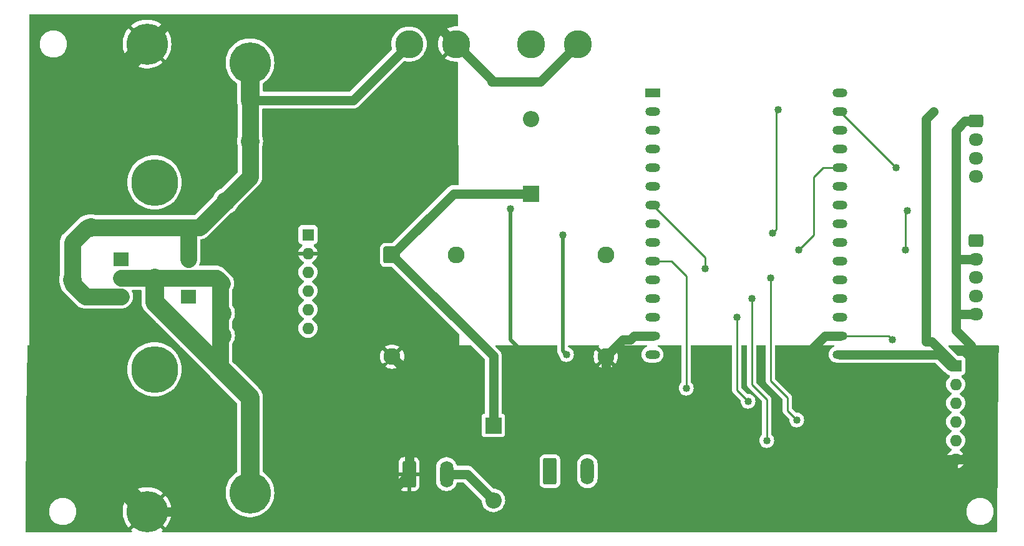
<source format=gbr>
%TF.GenerationSoftware,KiCad,Pcbnew,8.0.8+1*%
%TF.CreationDate,2025-02-28T13:08:22+11:00*%
%TF.ProjectId,mcharger_if,6d636861-7267-4657-925f-69662e6b6963,rev?*%
%TF.SameCoordinates,Original*%
%TF.FileFunction,Copper,L2,Bot*%
%TF.FilePolarity,Positive*%
%FSLAX46Y46*%
G04 Gerber Fmt 4.6, Leading zero omitted, Abs format (unit mm)*
G04 Created by KiCad (PCBNEW 8.0.8+1) date 2025-02-28 13:08:22*
%MOMM*%
%LPD*%
G01*
G04 APERTURE LIST*
G04 Aperture macros list*
%AMRoundRect*
0 Rectangle with rounded corners*
0 $1 Rounding radius*
0 $2 $3 $4 $5 $6 $7 $8 $9 X,Y pos of 4 corners*
0 Add a 4 corners polygon primitive as box body*
4,1,4,$2,$3,$4,$5,$6,$7,$8,$9,$2,$3,0*
0 Add four circle primitives for the rounded corners*
1,1,$1+$1,$2,$3*
1,1,$1+$1,$4,$5*
1,1,$1+$1,$6,$7*
1,1,$1+$1,$8,$9*
0 Add four rect primitives between the rounded corners*
20,1,$1+$1,$2,$3,$4,$5,0*
20,1,$1+$1,$4,$5,$6,$7,0*
20,1,$1+$1,$6,$7,$8,$9,0*
20,1,$1+$1,$8,$9,$2,$3,0*%
G04 Aperture macros list end*
%TA.AperFunction,ComponentPad*%
%ADD10C,3.600000*%
%TD*%
%TA.AperFunction,ConnectorPad*%
%ADD11C,5.600000*%
%TD*%
%TA.AperFunction,ComponentPad*%
%ADD12R,1.600000X1.600000*%
%TD*%
%TA.AperFunction,ComponentPad*%
%ADD13O,1.600000X1.600000*%
%TD*%
%TA.AperFunction,ComponentPad*%
%ADD14C,2.600000*%
%TD*%
%TA.AperFunction,ConnectorPad*%
%ADD15C,3.800000*%
%TD*%
%TA.AperFunction,ComponentPad*%
%ADD16R,2.000000X1.905000*%
%TD*%
%TA.AperFunction,ComponentPad*%
%ADD17O,2.000000X1.905000*%
%TD*%
%TA.AperFunction,ComponentPad*%
%ADD18R,2.200000X2.200000*%
%TD*%
%TA.AperFunction,ComponentPad*%
%ADD19O,2.200000X2.200000*%
%TD*%
%TA.AperFunction,ComponentPad*%
%ADD20RoundRect,0.250000X-0.893000X0.893000X-0.893000X-0.893000X0.893000X-0.893000X0.893000X0.893000X0*%
%TD*%
%TA.AperFunction,ComponentPad*%
%ADD21C,2.286000*%
%TD*%
%TA.AperFunction,ComponentPad*%
%ADD22RoundRect,0.250000X-0.650000X-1.550000X0.650000X-1.550000X0.650000X1.550000X-0.650000X1.550000X0*%
%TD*%
%TA.AperFunction,ComponentPad*%
%ADD23O,1.800000X3.600000*%
%TD*%
%TA.AperFunction,ComponentPad*%
%ADD24RoundRect,0.250000X-0.725000X0.600000X-0.725000X-0.600000X0.725000X-0.600000X0.725000X0.600000X0*%
%TD*%
%TA.AperFunction,ComponentPad*%
%ADD25O,1.950000X1.700000*%
%TD*%
%TA.AperFunction,ComponentPad*%
%ADD26R,2.000000X1.200000*%
%TD*%
%TA.AperFunction,ComponentPad*%
%ADD27O,2.000000X1.200000*%
%TD*%
%TA.AperFunction,ComponentPad*%
%ADD28C,6.350000*%
%TD*%
%TA.AperFunction,ViaPad*%
%ADD29C,1.016000*%
%TD*%
%TA.AperFunction,ViaPad*%
%ADD30C,2.540000*%
%TD*%
%TA.AperFunction,Conductor*%
%ADD31C,1.270000*%
%TD*%
%TA.AperFunction,Conductor*%
%ADD32C,0.254000*%
%TD*%
%TA.AperFunction,Conductor*%
%ADD33C,0.508000*%
%TD*%
%TA.AperFunction,Conductor*%
%ADD34C,2.540000*%
%TD*%
%TA.AperFunction,Conductor*%
%ADD35C,2.286000*%
%TD*%
G04 APERTURE END LIST*
D10*
%TO.P,VOUT+48V1,1,1*%
%TO.N,/VOUT48*%
X64770000Y-124460000D03*
D11*
X64770000Y-124460000D03*
%TD*%
D12*
%TO.P,U5,1,VCC*%
%TO.N,+3.3V*%
X72644000Y-89408000D03*
D13*
%TO.P,U5,2,GND*%
%TO.N,GND*%
X72644000Y-91948000D03*
%TO.P,U5,3,SCL*%
%TO.N,/SCL*%
X72644000Y-94488000D03*
%TO.P,U5,4,SDA*%
%TO.N,/SDA*%
X72644000Y-97028000D03*
%TO.P,U5,5,CSB*%
%TO.N,unconnected-(U5-CSB-Pad5)*%
X72644000Y-99568000D03*
%TO.P,U5,6,SDO*%
%TO.N,unconnected-(U5-SDO-Pad6)*%
X72644000Y-102108000D03*
%TD*%
D14*
%TO.P,SMPS_VOUT_V12VP1,1,1*%
%TO.N,/SMPS_12*%
X102870000Y-63500000D03*
D15*
X102870000Y-63500000D03*
%TD*%
D16*
%TO.P,Q1,1,G*%
%TO.N,/SW_GATE*%
X56388000Y-97790000D03*
D17*
%TO.P,Q1,2,D*%
%TO.N,/VOUT48*%
X56388000Y-95250000D03*
%TO.P,Q1,3,S*%
%TO.N,/VIN48*%
X56388000Y-92710000D03*
%TD*%
D18*
%TO.P,D2,1,K*%
%TO.N,+12V*%
X102870000Y-83820000D03*
D19*
%TO.P,D2,2,A*%
%TO.N,/SMPS_12*%
X102870000Y-73660000D03*
%TD*%
D10*
%TO.P,VIN-48V1,1,1*%
%TO.N,GND*%
X50800000Y-63500000D03*
D11*
X50800000Y-63500000D03*
%TD*%
D20*
%TO.P,U1,1,Vin_p*%
%TO.N,+12V*%
X84052000Y-92160000D03*
D21*
%TO.P,U1,2,Vin_gnd*%
%TO.N,GND*%
X84052000Y-105960000D03*
%TO.P,U1,3,VO_GND*%
X113052000Y-105960000D03*
%TO.P,U1,4,V5V_p*%
%TO.N,+5V*%
X113052000Y-92160000D03*
%TO.P,U1,5,EN*%
%TO.N,unconnected-(U1-EN-Pad5)*%
X92710000Y-92176600D03*
%TD*%
D16*
%TO.P,Q2,1,G*%
%TO.N,/SW_GATE*%
X47244000Y-92710000D03*
D17*
%TO.P,Q2,2,D*%
%TO.N,/VOUT48*%
X47244000Y-95250000D03*
%TO.P,Q2,3,S*%
%TO.N,/VIN48*%
X47244000Y-97790000D03*
%TD*%
D22*
%TO.P,J1,1,Pin_1*%
%TO.N,GND*%
X86360000Y-121920000D03*
D23*
%TO.P,J1,2,Pin_2*%
%TO.N,/12VIN*%
X91440000Y-121920000D03*
%TD*%
D14*
%TO.P,SMPS_VINN1,1,1*%
%TO.N,GND*%
X92710000Y-63500000D03*
D15*
X92710000Y-63500000D03*
%TD*%
D12*
%TO.P,U3,1,3V3*%
%TO.N,+3.3V*%
X160528000Y-107188000D03*
D13*
%TO.P,U3,2,CS*%
%TO.N,/SPI_CS*%
X160528000Y-109728000D03*
%TO.P,U3,3,MOSI*%
%TO.N,/MOSI*%
X160528000Y-112268000D03*
%TO.P,U3,4,CLK*%
%TO.N,/SCLK*%
X160528000Y-114808000D03*
%TO.P,U3,5,MISO*%
%TO.N,/MISO*%
X160528000Y-117348000D03*
%TO.P,U3,6,GND*%
%TO.N,GND*%
X160528000Y-119888000D03*
%TD*%
D14*
%TO.P,SMPS_VOUT_12VN1,1,1*%
%TO.N,GND*%
X109220000Y-63500000D03*
D15*
X109220000Y-63500000D03*
%TD*%
D24*
%TO.P,J4,1,Pin_1*%
%TO.N,/enc_an_unb*%
X163290000Y-90210000D03*
D25*
%TO.P,J4,2,Pin_2*%
%TO.N,GND*%
X163290000Y-92710000D03*
%TO.P,J4,3,Pin_3*%
%TO.N,/enc_bn_unb*%
X163290000Y-95210000D03*
%TO.P,J4,4,Pin_4*%
%TO.N,/push_low_n*%
X163290000Y-97710000D03*
%TO.P,J4,5,Pin_5*%
%TO.N,GND*%
X163290000Y-100210000D03*
%TD*%
D26*
%TO.P,U2,1,EN*%
%TO.N,unconnected-(U2-EN-Pad1)*%
X119380000Y-70104000D03*
D27*
%TO.P,U2,2,VP*%
%TO.N,unconnected-(U2-VP-Pad2)*%
X119380000Y-72644000D03*
%TO.P,U2,3,VN*%
%TO.N,unconnected-(U2-VN-Pad3)*%
X119380000Y-75184000D03*
%TO.P,U2,4,D34*%
%TO.N,/enc_an*%
X119380000Y-77724000D03*
%TO.P,U2,5,D35*%
%TO.N,/enc_bn*%
X119380000Y-80264000D03*
%TO.P,U2,6,D32*%
%TO.N,unconnected-(U2-D32-Pad6)*%
X119380000Y-82804000D03*
%TO.P,U2,7,D33*%
%TO.N,/push_n*%
X119380000Y-85344000D03*
%TO.P,U2,8,D25*%
%TO.N,/48V_EN*%
X119380000Y-87884000D03*
%TO.P,U2,9,D26*%
%TO.N,unconnected-(U2-D26-Pad9)*%
X119380000Y-90424000D03*
%TO.P,U2,10,D27*%
%TO.N,/FAN_EN_L*%
X119380000Y-92964000D03*
%TO.P,U2,11,D14*%
%TO.N,/SCLK*%
X119380000Y-95504000D03*
%TO.P,U2,12,D12*%
%TO.N,/MISO*%
X119380000Y-98044000D03*
%TO.P,U2,13,D13*%
%TO.N,/MOSI*%
X119380000Y-100584000D03*
%TO.P,U2,14,GND*%
%TO.N,GND*%
X119380000Y-103124000D03*
%TO.P,U2,15,VIN*%
%TO.N,+5V*%
X119380000Y-105664000D03*
%TO.P,U2,16,3V3*%
%TO.N,+3.3V*%
X144780000Y-105664000D03*
%TO.P,U2,17,GND*%
%TO.N,GND*%
X144780000Y-103124000D03*
%TO.P,U2,18,D15*%
%TO.N,/SPI_CS*%
X144780000Y-100584000D03*
%TO.P,U2,19,D2*%
%TO.N,unconnected-(U2-D2-Pad19)*%
X144780000Y-98044000D03*
%TO.P,U2,20,D4*%
%TO.N,unconnected-(U2-D4-Pad20)*%
X144780000Y-95504000D03*
%TO.P,U2,21,D16*%
%TO.N,unconnected-(U2-D16-Pad21)*%
X144780000Y-92964000D03*
%TO.P,U2,22,D17*%
%TO.N,unconnected-(U2-D17-Pad22)*%
X144780000Y-90424000D03*
%TO.P,U2,23,D5*%
%TO.N,unconnected-(U2-D5-Pad23)*%
X144780000Y-87884000D03*
%TO.P,U2,24,D18*%
%TO.N,unconnected-(U2-D18-Pad24)*%
X144780000Y-85344000D03*
%TO.P,U2,25,D19*%
%TO.N,unconnected-(U2-D19-Pad25)*%
X144780000Y-82804000D03*
%TO.P,U2,26,D21*%
%TO.N,/SDA*%
X144780000Y-80264000D03*
%TO.P,U2,27,RXD0*%
%TO.N,unconnected-(U2-RXD0-Pad27)*%
X144780000Y-77724000D03*
%TO.P,U2,28,TXD0*%
%TO.N,unconnected-(U2-TXD0-Pad28)*%
X144780000Y-75184000D03*
%TO.P,U2,29,D22*%
%TO.N,/SCL*%
X144780000Y-72644000D03*
%TO.P,U2,30,D23*%
%TO.N,unconnected-(U2-D23-Pad30)*%
X144780000Y-70104000D03*
%TD*%
D10*
%TO.P,VOUT-48V3,1,1*%
%TO.N,GND*%
X50800000Y-127000000D03*
D11*
X50800000Y-127000000D03*
%TD*%
D18*
%TO.P,D3,1,K*%
%TO.N,+12V*%
X97790000Y-115316000D03*
D19*
%TO.P,D3,2,A*%
%TO.N,/12VIN*%
X97790000Y-125476000D03*
%TD*%
D10*
%TO.P,VIN+48V1,1,1*%
%TO.N,/VIN48*%
X64770000Y-66040000D03*
D11*
X64770000Y-66040000D03*
%TD*%
D24*
%TO.P,J3,1,Pin_1*%
%TO.N,GND*%
X163290000Y-73990000D03*
D25*
%TO.P,J3,2,Pin_2*%
%TO.N,+3.3V*%
X163290000Y-76490000D03*
%TO.P,J3,3,Pin_3*%
%TO.N,/SDA*%
X163290000Y-78990000D03*
%TO.P,J3,4,Pin_4*%
%TO.N,/SCL*%
X163290000Y-81490000D03*
%TD*%
D28*
%TO.P,U4,1,MT1*%
%TO.N,unconnected-(U4-MT1-Pad1)*%
X51816000Y-82296000D03*
%TO.P,U4,2,MT2*%
%TO.N,unconnected-(U4-MT2-Pad2)*%
X51816000Y-107696000D03*
%TD*%
D22*
%TO.P,J2,1,Pin_1*%
%TO.N,Net-(D4-A)*%
X105465000Y-121527500D03*
D23*
%TO.P,J2,2,Pin_2*%
%TO.N,+12V*%
X110545000Y-121527500D03*
%TD*%
D14*
%TO.P,SMPS_VINP1,1,1*%
%TO.N,/VIN48*%
X86360000Y-63500000D03*
D15*
X86360000Y-63500000D03*
%TD*%
D29*
%TO.N,GND*%
X160528000Y-86106000D03*
X115443000Y-115443000D03*
X153670000Y-91440000D03*
X153997000Y-86179000D03*
X151892000Y-103632000D03*
X100076000Y-85852000D03*
%TO.N,/SCLK*%
X135382000Y-95250000D03*
X138938000Y-114554000D03*
%TO.N,/SDA*%
X139192000Y-91440000D03*
%TO.N,/SCL*%
X136398000Y-72390000D03*
X135636000Y-89154000D03*
X152400000Y-80264000D03*
%TO.N,/push_n*%
X126492000Y-93980000D03*
%TO.N,/MOSI*%
X130810000Y-100584000D03*
X132334000Y-112014000D03*
%TO.N,+3.3V*%
X156464000Y-85344000D03*
X156464000Y-91694000D03*
X156464000Y-101600000D03*
X107188000Y-89408000D03*
X107696000Y-105664000D03*
X157480000Y-72644000D03*
%TO.N,/MISO*%
X134874000Y-117348000D03*
X132842000Y-98044000D03*
D30*
%TO.N,/VIN48*%
X40640000Y-95504000D03*
X43180000Y-88392000D03*
X61468000Y-84836000D03*
X64770000Y-76708000D03*
X64770000Y-71120000D03*
%TO.N,/VOUT48*%
X56642000Y-103378000D03*
X60960000Y-100076000D03*
X64516000Y-111252000D03*
X53340000Y-100076000D03*
X60960000Y-103124000D03*
X60706000Y-107442000D03*
X64770000Y-118364000D03*
D29*
%TO.N,/FAN_EN_L*%
X123952000Y-110236000D03*
%TD*%
D31*
%TO.N,GND*%
X97536000Y-68580000D02*
X97536000Y-68326000D01*
X118872000Y-118872000D02*
X118872000Y-128524000D01*
X140970000Y-104902000D02*
X142748000Y-103124000D01*
X160528000Y-75252107D02*
X161790107Y-73990000D01*
X160528000Y-100330000D02*
X160528000Y-92710000D01*
X151384000Y-129032000D02*
X160528000Y-119888000D01*
D32*
X151384000Y-103124000D02*
X151892000Y-103632000D01*
D31*
X113052000Y-105960000D02*
X113052000Y-108712000D01*
X160528000Y-92710000D02*
X160528000Y-86106000D01*
X119380000Y-129032000D02*
X151384000Y-129032000D01*
X160528000Y-102362000D02*
X160528000Y-100330000D01*
X118872000Y-128524000D02*
X119380000Y-129032000D01*
D33*
X100076000Y-85852000D02*
X100076000Y-103632000D01*
X100076000Y-103632000D02*
X105156000Y-108712000D01*
D34*
X36576000Y-77724000D02*
X36576000Y-112776000D01*
D31*
X92710000Y-63500000D02*
X89662000Y-60452000D01*
D33*
X80772000Y-102680000D02*
X80772000Y-93980000D01*
D31*
X116332000Y-103632000D02*
X116840000Y-103124000D01*
X86360000Y-108268000D02*
X84052000Y-105960000D01*
X60452000Y-129032000D02*
X79248000Y-129032000D01*
X115443000Y-115443000D02*
X118872000Y-118872000D01*
X161544000Y-119888000D02*
X162560000Y-118872000D01*
X160528000Y-119888000D02*
X161544000Y-119888000D01*
X140970000Y-107696000D02*
X140970000Y-104902000D01*
X142748000Y-103124000D02*
X144780000Y-103124000D01*
D34*
X36576000Y-112776000D02*
X50800000Y-127000000D01*
D31*
X160648000Y-100210000D02*
X160528000Y-100330000D01*
X161790107Y-73990000D02*
X163290000Y-73990000D01*
X160528000Y-119888000D02*
X153162000Y-119888000D01*
D33*
X78740000Y-91948000D02*
X72644000Y-91948000D01*
D31*
X153162000Y-119888000D02*
X140970000Y-107696000D01*
X115380000Y-103632000D02*
X116332000Y-103632000D01*
D33*
X80772000Y-93980000D02*
X78740000Y-91948000D01*
D31*
X86360000Y-121920000D02*
X86360000Y-108268000D01*
X163290000Y-92710000D02*
X160528000Y-92710000D01*
X160528000Y-86106000D02*
X160528000Y-75252107D01*
X116840000Y-103124000D02*
X119380000Y-103124000D01*
X53848000Y-60452000D02*
X50800000Y-63500000D01*
X50800000Y-127000000D02*
X58420000Y-127000000D01*
X58420000Y-127000000D02*
X60452000Y-129032000D01*
D32*
X153670000Y-86506000D02*
X153997000Y-86179000D01*
D31*
X162560000Y-118872000D02*
X162560000Y-104394000D01*
X79248000Y-129032000D02*
X86360000Y-121920000D01*
X104140000Y-68580000D02*
X97536000Y-68580000D01*
X113052000Y-105960000D02*
X115380000Y-103632000D01*
D34*
X50800000Y-63500000D02*
X36576000Y-77724000D01*
D32*
X153670000Y-91440000D02*
X153670000Y-86506000D01*
D31*
X97536000Y-68326000D02*
X92710000Y-63500000D01*
X162560000Y-104394000D02*
X160528000Y-102362000D01*
X79248000Y-129032000D02*
X119380000Y-129032000D01*
X163290000Y-100210000D02*
X160648000Y-100210000D01*
X89662000Y-60452000D02*
X53848000Y-60452000D01*
D33*
X105156000Y-108712000D02*
X113052000Y-108712000D01*
D31*
X109220000Y-63500000D02*
X104140000Y-68580000D01*
X113052000Y-108712000D02*
X113052000Y-113052000D01*
D33*
X84052000Y-105960000D02*
X80772000Y-102680000D01*
D32*
X144780000Y-103124000D02*
X151384000Y-103124000D01*
D31*
X113052000Y-113052000D02*
X115443000Y-115443000D01*
D32*
%TO.N,/SCLK*%
X137668000Y-111506000D02*
X137668000Y-113284000D01*
X137668000Y-113284000D02*
X138938000Y-114554000D01*
X135382000Y-95250000D02*
X135382000Y-109220000D01*
X135382000Y-109220000D02*
X137668000Y-111506000D01*
%TO.N,/SDA*%
X139192000Y-91440000D02*
X141224000Y-89408000D01*
X142494000Y-80264000D02*
X144780000Y-80264000D01*
X141224000Y-89408000D02*
X141224000Y-81534000D01*
X141224000Y-81534000D02*
X142494000Y-80264000D01*
%TO.N,/SCL*%
X135636000Y-89154000D02*
X136144000Y-88646000D01*
X136144000Y-88646000D02*
X136144000Y-72644000D01*
X152400000Y-80264000D02*
X144780000Y-72644000D01*
X136144000Y-72644000D02*
X136398000Y-72390000D01*
%TO.N,/push_n*%
X119380000Y-85344000D02*
X126492000Y-92456000D01*
X126492000Y-92456000D02*
X126492000Y-93980000D01*
%TO.N,/MOSI*%
X130810000Y-100584000D02*
X130810000Y-110490000D01*
X130810000Y-110490000D02*
X132334000Y-112014000D01*
D31*
%TO.N,+3.3V*%
X160528000Y-107188000D02*
X159766000Y-107188000D01*
X156464000Y-73660000D02*
X157480000Y-72644000D01*
D33*
X107188000Y-105156000D02*
X107696000Y-105664000D01*
D31*
X156464000Y-85344000D02*
X156464000Y-73660000D01*
X158242000Y-105664000D02*
X144780000Y-105664000D01*
X156464000Y-91694000D02*
X156464000Y-85344000D01*
X156464000Y-103886000D02*
X156464000Y-101600000D01*
X156464000Y-101600000D02*
X156464000Y-91694000D01*
X159766000Y-107188000D02*
X158242000Y-105664000D01*
X157226000Y-103886000D02*
X156464000Y-103886000D01*
D33*
X107188000Y-89408000D02*
X107188000Y-105156000D01*
D31*
X160528000Y-107188000D02*
X157226000Y-103886000D01*
D32*
%TO.N,/MISO*%
X132842000Y-109728000D02*
X133858000Y-110744000D01*
X134874000Y-111760000D02*
X134874000Y-117348000D01*
X132842000Y-98044000D02*
X132842000Y-109728000D01*
X133858000Y-110744000D02*
X134874000Y-111760000D01*
D31*
%TO.N,+12V*%
X102870000Y-83820000D02*
X92392000Y-83820000D01*
X97790000Y-115316000D02*
X97790000Y-105898000D01*
X97790000Y-105898000D02*
X84052000Y-92160000D01*
X92392000Y-83820000D02*
X84052000Y-92160000D01*
D35*
%TO.N,/VIN48*%
X64770000Y-81534000D02*
X64770000Y-76708000D01*
D34*
X64770000Y-71120000D02*
X64770000Y-66040000D01*
D35*
X61468000Y-84836000D02*
X64770000Y-81534000D01*
X56388000Y-92710000D02*
X56388000Y-88392000D01*
X42672000Y-88392000D02*
X43180000Y-88392000D01*
X40640000Y-95504000D02*
X40640000Y-90424000D01*
X57912000Y-88392000D02*
X61468000Y-84836000D01*
X64770000Y-76708000D02*
X64770000Y-71120000D01*
X56388000Y-88392000D02*
X57912000Y-88392000D01*
X47244000Y-97790000D02*
X42418000Y-97790000D01*
D31*
X78740000Y-71120000D02*
X64770000Y-71120000D01*
D35*
X42418000Y-97790000D02*
X40640000Y-96012000D01*
X40640000Y-96012000D02*
X40640000Y-95504000D01*
D31*
X86360000Y-63500000D02*
X78740000Y-71120000D01*
D35*
X43180000Y-88392000D02*
X56388000Y-88392000D01*
X40640000Y-90424000D02*
X42672000Y-88392000D01*
D34*
%TO.N,/VOUT48*%
X64770000Y-111506000D02*
X64770000Y-118364000D01*
X51816000Y-98552000D02*
X53340000Y-100076000D01*
D35*
X60198000Y-95250000D02*
X56388000Y-95250000D01*
D34*
X64516000Y-111252000D02*
X64770000Y-111506000D01*
X64770000Y-118364000D02*
X64770000Y-124460000D01*
D35*
X47244000Y-95250000D02*
X56388000Y-95250000D01*
D34*
X56642000Y-103378000D02*
X60706000Y-107442000D01*
X60706000Y-107442000D02*
X64516000Y-111252000D01*
D35*
X60706000Y-96266000D02*
X60960000Y-96012000D01*
X60960000Y-96012000D02*
X60198000Y-95250000D01*
D34*
X51816000Y-95250000D02*
X51816000Y-98552000D01*
X53340000Y-100076000D02*
X56642000Y-103378000D01*
D35*
X60706000Y-107442000D02*
X60706000Y-96266000D01*
D31*
%TO.N,/12VIN*%
X91440000Y-121920000D02*
X94234000Y-121920000D01*
X94234000Y-121920000D02*
X97790000Y-125476000D01*
D32*
%TO.N,/FAN_EN_L*%
X123952000Y-110236000D02*
X123952000Y-94996000D01*
X121920000Y-92964000D02*
X119380000Y-92964000D01*
X123952000Y-94996000D02*
X121920000Y-92964000D01*
%TD*%
%TA.AperFunction,Conductor*%
%TO.N,GND*%
G36*
X92907704Y-59455685D02*
G01*
X92953459Y-59508489D01*
X92964663Y-59559333D01*
X92972276Y-60975333D01*
X92952952Y-61042478D01*
X92900395Y-61088516D01*
X92848278Y-61100000D01*
X92558995Y-61100000D01*
X92259399Y-61137849D01*
X91966892Y-61212951D01*
X91966889Y-61212952D01*
X91686117Y-61324117D01*
X91686109Y-61324121D01*
X91421476Y-61469604D01*
X91421471Y-61469607D01*
X91196565Y-61633010D01*
X91196564Y-61633011D01*
X92127262Y-62563709D01*
X91993398Y-62660967D01*
X91870967Y-62783398D01*
X91773709Y-62917262D01*
X90845311Y-61988864D01*
X90764520Y-62086525D01*
X90764518Y-62086528D01*
X90602707Y-62341502D01*
X90602704Y-62341508D01*
X90474127Y-62614747D01*
X90474125Y-62614752D01*
X90380805Y-62901959D01*
X90324216Y-63198609D01*
X90324215Y-63198616D01*
X90305255Y-63499994D01*
X90305255Y-63500005D01*
X90324215Y-63801383D01*
X90324216Y-63801390D01*
X90380805Y-64098040D01*
X90474125Y-64385247D01*
X90474127Y-64385252D01*
X90602704Y-64658491D01*
X90602707Y-64658497D01*
X90764516Y-64913469D01*
X90845311Y-65011133D01*
X91773708Y-64082736D01*
X91870967Y-64216602D01*
X91993398Y-64339033D01*
X92127261Y-64436289D01*
X91196564Y-65366987D01*
X91196565Y-65366989D01*
X91421461Y-65530385D01*
X91421479Y-65530397D01*
X91686109Y-65675878D01*
X91686117Y-65675882D01*
X91966889Y-65787047D01*
X91966892Y-65787048D01*
X92259399Y-65862150D01*
X92558995Y-65899999D01*
X92559007Y-65900000D01*
X92860995Y-65900000D01*
X92864892Y-65899755D01*
X92864968Y-65900970D01*
X92928825Y-65911257D01*
X92980848Y-65957899D01*
X92999411Y-66022497D01*
X93032475Y-72172305D01*
X93086903Y-82296000D01*
X93088322Y-82559833D01*
X93068998Y-82626978D01*
X93016441Y-82673016D01*
X92964324Y-82684500D01*
X92302630Y-82684500D01*
X92126105Y-82712458D01*
X91997805Y-82754146D01*
X91997804Y-82754145D01*
X91956118Y-82767690D01*
X91796867Y-82848833D01*
X91714369Y-82908771D01*
X91652271Y-82953889D01*
X91652269Y-82953891D01*
X91652268Y-82953891D01*
X84125978Y-90480181D01*
X84064655Y-90513666D01*
X84038297Y-90516500D01*
X83108998Y-90516500D01*
X83108980Y-90516501D01*
X83006203Y-90527000D01*
X83006200Y-90527001D01*
X82839668Y-90582185D01*
X82839663Y-90582187D01*
X82690342Y-90674289D01*
X82566289Y-90798342D01*
X82474187Y-90947663D01*
X82474186Y-90947666D01*
X82419001Y-91114203D01*
X82419001Y-91114204D01*
X82419000Y-91114204D01*
X82408500Y-91216983D01*
X82408500Y-93103001D01*
X82408501Y-93103018D01*
X82419000Y-93205796D01*
X82419001Y-93205799D01*
X82437380Y-93261261D01*
X82474186Y-93372334D01*
X82566288Y-93521656D01*
X82690344Y-93645712D01*
X82839666Y-93737814D01*
X83006203Y-93792999D01*
X83108991Y-93803500D01*
X84038298Y-93803499D01*
X84105337Y-93823183D01*
X84125979Y-93839818D01*
X93161696Y-102875535D01*
X93195181Y-102936858D01*
X93198013Y-102962549D01*
X93205709Y-104393999D01*
X93218000Y-106680000D01*
X85496593Y-106747142D01*
X85520450Y-106708213D01*
X85619417Y-106469285D01*
X85679788Y-106217820D01*
X85700079Y-105960000D01*
X85679788Y-105702179D01*
X85619417Y-105450714D01*
X85520450Y-105211786D01*
X85385325Y-104991283D01*
X85380232Y-104985319D01*
X84534962Y-105830589D01*
X84517925Y-105767007D01*
X84452099Y-105652993D01*
X84359007Y-105559901D01*
X84244993Y-105494075D01*
X84181408Y-105477037D01*
X85026679Y-104631767D01*
X85026679Y-104631766D01*
X85020719Y-104626676D01*
X85020714Y-104626673D01*
X84800213Y-104491549D01*
X84561285Y-104392582D01*
X84309820Y-104332211D01*
X84052000Y-104311920D01*
X83794179Y-104332211D01*
X83542714Y-104392582D01*
X83303786Y-104491549D01*
X83083289Y-104626670D01*
X83083273Y-104626682D01*
X83077320Y-104631766D01*
X83922591Y-105477037D01*
X83859007Y-105494075D01*
X83744993Y-105559901D01*
X83651901Y-105652993D01*
X83586075Y-105767007D01*
X83569037Y-105830590D01*
X82723767Y-104985320D01*
X82723766Y-104985320D01*
X82718682Y-104991273D01*
X82718670Y-104991289D01*
X82583549Y-105211786D01*
X82484582Y-105450714D01*
X82424211Y-105702179D01*
X82403920Y-105960000D01*
X82424211Y-106217820D01*
X82484582Y-106469285D01*
X82583547Y-106708208D01*
X82622720Y-106772132D01*
X62713124Y-106945259D01*
X62385819Y-106617954D01*
X62352334Y-106556631D01*
X62349500Y-106530273D01*
X62349500Y-104264673D01*
X62369185Y-104197634D01*
X62376548Y-104187366D01*
X62426958Y-104124155D01*
X62559639Y-103894345D01*
X62656586Y-103647327D01*
X62715635Y-103388619D01*
X62735465Y-103124000D01*
X62735016Y-103118011D01*
X62715636Y-102859390D01*
X62715635Y-102859385D01*
X62715635Y-102859381D01*
X62656586Y-102600673D01*
X62559639Y-102353655D01*
X62426958Y-102123845D01*
X62411303Y-102104214D01*
X62376553Y-102060638D01*
X62350144Y-101995952D01*
X62349500Y-101983326D01*
X62349500Y-101216673D01*
X62369185Y-101149634D01*
X62376548Y-101139366D01*
X62426958Y-101076155D01*
X62559639Y-100846345D01*
X62656586Y-100599327D01*
X62715635Y-100340619D01*
X62735465Y-100076000D01*
X62730855Y-100014488D01*
X62715636Y-99811390D01*
X62715635Y-99811385D01*
X62715635Y-99811381D01*
X62656586Y-99552673D01*
X62559639Y-99305655D01*
X62426958Y-99075845D01*
X62426955Y-99075841D01*
X62376553Y-99012638D01*
X62350144Y-98947952D01*
X62349500Y-98935326D01*
X62349500Y-96934704D01*
X62365319Y-96878682D01*
X62363436Y-96877723D01*
X62365648Y-96873382D01*
X62483091Y-96642885D01*
X62563032Y-96396854D01*
X62594754Y-96196569D01*
X62603500Y-96141352D01*
X62603500Y-95882647D01*
X62563032Y-95627146D01*
X62523020Y-95504004D01*
X62483091Y-95381115D01*
X62365648Y-95150618D01*
X62213592Y-94941332D01*
X61760258Y-94487998D01*
X71338532Y-94487998D01*
X71338532Y-94488001D01*
X71358364Y-94714686D01*
X71358366Y-94714697D01*
X71417258Y-94934488D01*
X71417261Y-94934497D01*
X71513431Y-95140732D01*
X71513432Y-95140734D01*
X71643954Y-95327141D01*
X71804858Y-95488045D01*
X71804861Y-95488047D01*
X71991266Y-95618568D01*
X72049275Y-95645618D01*
X72101714Y-95691791D01*
X72120866Y-95758984D01*
X72100650Y-95825865D01*
X72049275Y-95870382D01*
X71991267Y-95897431D01*
X71991265Y-95897432D01*
X71804858Y-96027954D01*
X71643954Y-96188858D01*
X71513432Y-96375265D01*
X71513431Y-96375267D01*
X71417261Y-96581502D01*
X71417258Y-96581511D01*
X71358366Y-96801302D01*
X71358364Y-96801313D01*
X71338532Y-97027998D01*
X71338532Y-97028001D01*
X71358364Y-97254686D01*
X71358366Y-97254697D01*
X71417258Y-97474488D01*
X71417261Y-97474497D01*
X71513431Y-97680732D01*
X71513432Y-97680734D01*
X71643954Y-97867141D01*
X71804858Y-98028045D01*
X71804861Y-98028047D01*
X71991266Y-98158568D01*
X72049275Y-98185618D01*
X72101714Y-98231791D01*
X72120866Y-98298984D01*
X72100650Y-98365865D01*
X72049275Y-98410382D01*
X71991267Y-98437431D01*
X71991265Y-98437432D01*
X71804858Y-98567954D01*
X71643954Y-98728858D01*
X71513432Y-98915265D01*
X71513431Y-98915267D01*
X71417261Y-99121502D01*
X71417258Y-99121511D01*
X71358366Y-99341302D01*
X71358364Y-99341313D01*
X71338532Y-99567998D01*
X71338532Y-99568001D01*
X71358364Y-99794686D01*
X71358366Y-99794697D01*
X71417258Y-100014488D01*
X71417261Y-100014497D01*
X71513431Y-100220732D01*
X71513432Y-100220734D01*
X71643954Y-100407141D01*
X71804858Y-100568045D01*
X71804861Y-100568047D01*
X71991266Y-100698568D01*
X72049275Y-100725618D01*
X72101714Y-100771791D01*
X72120866Y-100838984D01*
X72100650Y-100905865D01*
X72049275Y-100950382D01*
X71991267Y-100977431D01*
X71991265Y-100977432D01*
X71804858Y-101107954D01*
X71643954Y-101268858D01*
X71513432Y-101455265D01*
X71513431Y-101455267D01*
X71417261Y-101661502D01*
X71417258Y-101661511D01*
X71358366Y-101881302D01*
X71358364Y-101881313D01*
X71338532Y-102107998D01*
X71338532Y-102108001D01*
X71358364Y-102334686D01*
X71358366Y-102334697D01*
X71417258Y-102554488D01*
X71417261Y-102554497D01*
X71513431Y-102760732D01*
X71513432Y-102760734D01*
X71643954Y-102947141D01*
X71804858Y-103108045D01*
X71819091Y-103118011D01*
X71991266Y-103238568D01*
X72197504Y-103334739D01*
X72417308Y-103393635D01*
X72579230Y-103407801D01*
X72643998Y-103413468D01*
X72644000Y-103413468D01*
X72644002Y-103413468D01*
X72700673Y-103408509D01*
X72870692Y-103393635D01*
X73090496Y-103334739D01*
X73296734Y-103238568D01*
X73483139Y-103108047D01*
X73644047Y-102947139D01*
X73774568Y-102760734D01*
X73870739Y-102554496D01*
X73929635Y-102334692D01*
X73949468Y-102108000D01*
X73929635Y-101881308D01*
X73870739Y-101661504D01*
X73774568Y-101455266D01*
X73644047Y-101268861D01*
X73644045Y-101268858D01*
X73483141Y-101107954D01*
X73296734Y-100977432D01*
X73296728Y-100977429D01*
X73238725Y-100950382D01*
X73186285Y-100904210D01*
X73167133Y-100837017D01*
X73187348Y-100770135D01*
X73238725Y-100725618D01*
X73296734Y-100698568D01*
X73483139Y-100568047D01*
X73644047Y-100407139D01*
X73774568Y-100220734D01*
X73870739Y-100014496D01*
X73929635Y-99794692D01*
X73949468Y-99568000D01*
X73929635Y-99341308D01*
X73870739Y-99121504D01*
X73774568Y-98915266D01*
X73644047Y-98728861D01*
X73644045Y-98728858D01*
X73483141Y-98567954D01*
X73296734Y-98437432D01*
X73296728Y-98437429D01*
X73238725Y-98410382D01*
X73186285Y-98364210D01*
X73167133Y-98297017D01*
X73187348Y-98230135D01*
X73238725Y-98185618D01*
X73296734Y-98158568D01*
X73483139Y-98028047D01*
X73644047Y-97867139D01*
X73774568Y-97680734D01*
X73870739Y-97474496D01*
X73929635Y-97254692D01*
X73949468Y-97028000D01*
X73949388Y-97027091D01*
X73938681Y-96904706D01*
X73929635Y-96801308D01*
X73870739Y-96581504D01*
X73774568Y-96375266D01*
X73649442Y-96196566D01*
X73644045Y-96188858D01*
X73483141Y-96027954D01*
X73296734Y-95897432D01*
X73296728Y-95897429D01*
X73269038Y-95884517D01*
X73238724Y-95870381D01*
X73186285Y-95824210D01*
X73167133Y-95757017D01*
X73187348Y-95690135D01*
X73238725Y-95645618D01*
X73296734Y-95618568D01*
X73483139Y-95488047D01*
X73644047Y-95327139D01*
X73774568Y-95140734D01*
X73870739Y-94934496D01*
X73929635Y-94714692D01*
X73949468Y-94488000D01*
X73929635Y-94261308D01*
X73870739Y-94041504D01*
X73774568Y-93835266D01*
X73644047Y-93648861D01*
X73644045Y-93648858D01*
X73483141Y-93487954D01*
X73296734Y-93357432D01*
X73296732Y-93357431D01*
X73261249Y-93340885D01*
X73238132Y-93330105D01*
X73185694Y-93283934D01*
X73166542Y-93216740D01*
X73186758Y-93149859D01*
X73238134Y-93105341D01*
X73296484Y-93078132D01*
X73482820Y-92947657D01*
X73643657Y-92786820D01*
X73774134Y-92600482D01*
X73870265Y-92394326D01*
X73870269Y-92394317D01*
X73922872Y-92198000D01*
X72959686Y-92198000D01*
X72964080Y-92193606D01*
X73016741Y-92102394D01*
X73044000Y-92000661D01*
X73044000Y-91895339D01*
X73016741Y-91793606D01*
X72964080Y-91702394D01*
X72959686Y-91698000D01*
X73922872Y-91698000D01*
X73922872Y-91697999D01*
X73870269Y-91501682D01*
X73870265Y-91501673D01*
X73774134Y-91295517D01*
X73643657Y-91109179D01*
X73482820Y-90948342D01*
X73457779Y-90930808D01*
X73414154Y-90876230D01*
X73406962Y-90806732D01*
X73438484Y-90744377D01*
X73498714Y-90708964D01*
X73515650Y-90705943D01*
X73551483Y-90702091D01*
X73686328Y-90651797D01*
X73686327Y-90651797D01*
X73686331Y-90651796D01*
X73801546Y-90565546D01*
X73887796Y-90450331D01*
X73938091Y-90315483D01*
X73944500Y-90255873D01*
X73944499Y-88560128D01*
X73938091Y-88500517D01*
X73887796Y-88365669D01*
X73887795Y-88365668D01*
X73887793Y-88365664D01*
X73801547Y-88250455D01*
X73801544Y-88250452D01*
X73686335Y-88164206D01*
X73686328Y-88164202D01*
X73551482Y-88113908D01*
X73551483Y-88113908D01*
X73491883Y-88107501D01*
X73491881Y-88107500D01*
X73491873Y-88107500D01*
X73491864Y-88107500D01*
X71796129Y-88107500D01*
X71796123Y-88107501D01*
X71736516Y-88113908D01*
X71601671Y-88164202D01*
X71601664Y-88164206D01*
X71486455Y-88250452D01*
X71486452Y-88250455D01*
X71400206Y-88365664D01*
X71400202Y-88365671D01*
X71349908Y-88500517D01*
X71343501Y-88560116D01*
X71343501Y-88560123D01*
X71343500Y-88560135D01*
X71343500Y-90255870D01*
X71343501Y-90255876D01*
X71349908Y-90315483D01*
X71400202Y-90450328D01*
X71400206Y-90450335D01*
X71486452Y-90565544D01*
X71486455Y-90565547D01*
X71601664Y-90651793D01*
X71601671Y-90651797D01*
X71736513Y-90702090D01*
X71736514Y-90702090D01*
X71736517Y-90702091D01*
X71772353Y-90705944D01*
X71836901Y-90732679D01*
X71876751Y-90790070D01*
X71879246Y-90859896D01*
X71843595Y-90919985D01*
X71830223Y-90930805D01*
X71805182Y-90948339D01*
X71644342Y-91109179D01*
X71513865Y-91295517D01*
X71417734Y-91501673D01*
X71417730Y-91501682D01*
X71365127Y-91697999D01*
X71365128Y-91698000D01*
X72328314Y-91698000D01*
X72323920Y-91702394D01*
X72271259Y-91793606D01*
X72244000Y-91895339D01*
X72244000Y-92000661D01*
X72271259Y-92102394D01*
X72323920Y-92193606D01*
X72328314Y-92198000D01*
X71365128Y-92198000D01*
X71417730Y-92394317D01*
X71417734Y-92394326D01*
X71513865Y-92600482D01*
X71644342Y-92786820D01*
X71805179Y-92947657D01*
X71991518Y-93078134D01*
X71991520Y-93078135D01*
X72049865Y-93105342D01*
X72102305Y-93151514D01*
X72121457Y-93218707D01*
X72101242Y-93285589D01*
X72049867Y-93330105D01*
X72023665Y-93342324D01*
X71991264Y-93357433D01*
X71804858Y-93487954D01*
X71643954Y-93648858D01*
X71513432Y-93835265D01*
X71513431Y-93835267D01*
X71417261Y-94041502D01*
X71417258Y-94041511D01*
X71358366Y-94261302D01*
X71358364Y-94261313D01*
X71338532Y-94487998D01*
X61760258Y-94487998D01*
X61268669Y-93996409D01*
X61059382Y-93844352D01*
X60828885Y-93726909D01*
X60582854Y-93646968D01*
X60582852Y-93646967D01*
X60582851Y-93646967D01*
X60425880Y-93622106D01*
X60406173Y-93618984D01*
X60327351Y-93606500D01*
X60327347Y-93606500D01*
X60327346Y-93606500D01*
X57978103Y-93606500D01*
X57911064Y-93586815D01*
X57865309Y-93534011D01*
X57855365Y-93464853D01*
X57867618Y-93426205D01*
X57911091Y-93340885D01*
X57991032Y-93094854D01*
X58009017Y-92981294D01*
X58031500Y-92839351D01*
X58031500Y-90142965D01*
X58051185Y-90075926D01*
X58103989Y-90030171D01*
X58136094Y-90020493D01*
X58169100Y-90015266D01*
X58296854Y-89995032D01*
X58542885Y-89915091D01*
X58773382Y-89797648D01*
X58937727Y-89678243D01*
X58982668Y-89645592D01*
X59165592Y-89462668D01*
X62145880Y-86482378D01*
X62179748Y-86458346D01*
X62355733Y-86373598D01*
X62574984Y-86224114D01*
X62769508Y-86043623D01*
X62934958Y-85836155D01*
X63067639Y-85606345D01*
X63087726Y-85555164D01*
X63115471Y-85512787D01*
X66023591Y-82604669D01*
X66175648Y-82395382D01*
X66293091Y-82164885D01*
X66293604Y-82163307D01*
X66373032Y-81918854D01*
X66393881Y-81787215D01*
X66413500Y-81663351D01*
X66413500Y-77390048D01*
X66422072Y-77344746D01*
X66466586Y-77231327D01*
X66525635Y-76972619D01*
X66545465Y-76708000D01*
X66525635Y-76443381D01*
X66466586Y-76184673D01*
X66422070Y-76071247D01*
X66413500Y-76025950D01*
X66413500Y-72379500D01*
X66433185Y-72312461D01*
X66485989Y-72266706D01*
X66537500Y-72255500D01*
X78829370Y-72255500D01*
X78907824Y-72243073D01*
X79005897Y-72227541D01*
X79134193Y-72185853D01*
X79175881Y-72172309D01*
X79335132Y-72091167D01*
X79479728Y-71986111D01*
X79606111Y-71859728D01*
X79664670Y-71801169D01*
X79664683Y-71801154D01*
X85615723Y-65850115D01*
X85677044Y-65816632D01*
X85734239Y-65817694D01*
X85909302Y-65862642D01*
X86056039Y-65881179D01*
X86208963Y-65900499D01*
X86208969Y-65900499D01*
X86208973Y-65900500D01*
X86208975Y-65900500D01*
X86511025Y-65900500D01*
X86511027Y-65900500D01*
X86511032Y-65900499D01*
X86511036Y-65900499D01*
X86590591Y-65890448D01*
X86810698Y-65862642D01*
X87103262Y-65787525D01*
X87104467Y-65787048D01*
X87384095Y-65676336D01*
X87384096Y-65676335D01*
X87384094Y-65676335D01*
X87384104Y-65676332D01*
X87648795Y-65530816D01*
X87893162Y-65353274D01*
X88113349Y-65146504D01*
X88305885Y-64913768D01*
X88467733Y-64658736D01*
X88596341Y-64385430D01*
X88689681Y-64098160D01*
X88746280Y-63801457D01*
X88746281Y-63801446D01*
X88765246Y-63500005D01*
X88765246Y-63499994D01*
X88746281Y-63198553D01*
X88746280Y-63198546D01*
X88746280Y-63198543D01*
X88689681Y-62901840D01*
X88596341Y-62614570D01*
X88467733Y-62341264D01*
X88322454Y-62112340D01*
X88305888Y-62086236D01*
X88225335Y-61988864D01*
X88113349Y-61853496D01*
X87893162Y-61646726D01*
X87893159Y-61646724D01*
X87893153Y-61646719D01*
X87648806Y-61469191D01*
X87648799Y-61469186D01*
X87648795Y-61469184D01*
X87384104Y-61323668D01*
X87384101Y-61323666D01*
X87384096Y-61323664D01*
X87384095Y-61323663D01*
X87103265Y-61212475D01*
X87103262Y-61212474D01*
X86810695Y-61137357D01*
X86511036Y-61099500D01*
X86511027Y-61099500D01*
X86208973Y-61099500D01*
X86208963Y-61099500D01*
X85909304Y-61137357D01*
X85616737Y-61212474D01*
X85616734Y-61212475D01*
X85335904Y-61323663D01*
X85335903Y-61323664D01*
X85071205Y-61469184D01*
X85071193Y-61469191D01*
X84826846Y-61646719D01*
X84826836Y-61646727D01*
X84606652Y-61853494D01*
X84414111Y-62086236D01*
X84252268Y-62341261D01*
X84252265Y-62341267D01*
X84123661Y-62614563D01*
X84123659Y-62614568D01*
X84030320Y-62901835D01*
X83973719Y-63198546D01*
X83973718Y-63198553D01*
X83954754Y-63499994D01*
X83954754Y-63500005D01*
X83973718Y-63801446D01*
X83973719Y-63801453D01*
X83985228Y-63861785D01*
X84030319Y-64098160D01*
X84037660Y-64120753D01*
X84039654Y-64190593D01*
X84007409Y-64246749D01*
X78305980Y-69948181D01*
X78244657Y-69981666D01*
X78218299Y-69984500D01*
X66664500Y-69984500D01*
X66597461Y-69964815D01*
X66551706Y-69912011D01*
X66540500Y-69860500D01*
X66540500Y-68896699D01*
X66560185Y-68829660D01*
X66600571Y-68790449D01*
X66624919Y-68775800D01*
X66909837Y-68559211D01*
X67169668Y-68313086D01*
X67401365Y-68040311D01*
X67602211Y-67744085D01*
X67769853Y-67427880D01*
X67902324Y-67095403D01*
X67998071Y-66750552D01*
X68027651Y-66570122D01*
X68055970Y-66397385D01*
X68055970Y-66397382D01*
X68055972Y-66397371D01*
X68075348Y-66040000D01*
X68055972Y-65682629D01*
X68054940Y-65676336D01*
X67998073Y-65329460D01*
X67998072Y-65329459D01*
X67998071Y-65329448D01*
X67902324Y-64984597D01*
X67772489Y-64658736D01*
X67769857Y-64652129D01*
X67769848Y-64652111D01*
X67742220Y-64600000D01*
X67657820Y-64440804D01*
X67602215Y-64335922D01*
X67602213Y-64335919D01*
X67602211Y-64335915D01*
X67401365Y-64039689D01*
X67401361Y-64039684D01*
X67401358Y-64039680D01*
X67169668Y-63766914D01*
X67159818Y-63757584D01*
X66909837Y-63520789D01*
X66909830Y-63520783D01*
X66909827Y-63520781D01*
X66842245Y-63469407D01*
X66624919Y-63304200D01*
X66318253Y-63119685D01*
X66318252Y-63119684D01*
X66318248Y-63119682D01*
X66318244Y-63119680D01*
X65993447Y-62969414D01*
X65993441Y-62969411D01*
X65993435Y-62969409D01*
X65798997Y-62903895D01*
X65654273Y-62855131D01*
X65304744Y-62778194D01*
X64948949Y-62739500D01*
X64948948Y-62739500D01*
X64591052Y-62739500D01*
X64591050Y-62739500D01*
X64235255Y-62778194D01*
X63885726Y-62855131D01*
X63629970Y-62941306D01*
X63546565Y-62969409D01*
X63546563Y-62969410D01*
X63546552Y-62969414D01*
X63221755Y-63119680D01*
X63221751Y-63119682D01*
X63029191Y-63235542D01*
X62915081Y-63304200D01*
X62833052Y-63366557D01*
X62630172Y-63520781D01*
X62630163Y-63520789D01*
X62370331Y-63766914D01*
X62138641Y-64039680D01*
X62138634Y-64039690D01*
X61937790Y-64335913D01*
X61937784Y-64335922D01*
X61770151Y-64652111D01*
X61770142Y-64652129D01*
X61637674Y-64984600D01*
X61637672Y-64984607D01*
X61541932Y-65329434D01*
X61541926Y-65329460D01*
X61484029Y-65682614D01*
X61484028Y-65682631D01*
X61464652Y-66039997D01*
X61464652Y-66040002D01*
X61484028Y-66397368D01*
X61484029Y-66397385D01*
X61541926Y-66750539D01*
X61541932Y-66750565D01*
X61637672Y-67095392D01*
X61637674Y-67095399D01*
X61770142Y-67427870D01*
X61770151Y-67427888D01*
X61937784Y-67744077D01*
X61937790Y-67744086D01*
X62138634Y-68040309D01*
X62138641Y-68040319D01*
X62370331Y-68313085D01*
X62370332Y-68313086D01*
X62630163Y-68559211D01*
X62915081Y-68775800D01*
X62939427Y-68790448D01*
X62986721Y-68841874D01*
X62999500Y-68896699D01*
X62999500Y-71049109D01*
X62999153Y-71058376D01*
X62994535Y-71119996D01*
X62994535Y-71120003D01*
X62999153Y-71181622D01*
X62999500Y-71190889D01*
X62999500Y-71236052D01*
X63007707Y-71298383D01*
X63008421Y-71305303D01*
X63014363Y-71384613D01*
X63014365Y-71384621D01*
X63024167Y-71427568D01*
X63026214Y-71438970D01*
X63029791Y-71466137D01*
X63029793Y-71466145D01*
X63050654Y-71544000D01*
X63051765Y-71548479D01*
X63073414Y-71643327D01*
X63073415Y-71643329D01*
X63083018Y-71667798D01*
X63087362Y-71680997D01*
X63089863Y-71690330D01*
X63089866Y-71690337D01*
X63117061Y-71755991D01*
X63126500Y-71803444D01*
X63126500Y-76025950D01*
X63117929Y-76071247D01*
X63073414Y-76184673D01*
X63073412Y-76184679D01*
X63073410Y-76184686D01*
X63014364Y-76443385D01*
X63014363Y-76443390D01*
X62994535Y-76707995D01*
X62994535Y-76708004D01*
X63014363Y-76972609D01*
X63014364Y-76972614D01*
X63073410Y-77231313D01*
X63073416Y-77231332D01*
X63117928Y-77344746D01*
X63126500Y-77390048D01*
X63126500Y-80801877D01*
X63106815Y-80868916D01*
X63090181Y-80889558D01*
X60790122Y-83189616D01*
X60756244Y-83213655D01*
X60580270Y-83298401D01*
X60580268Y-83298402D01*
X60504012Y-83350392D01*
X60361015Y-83447886D01*
X60166494Y-83628375D01*
X60166492Y-83628377D01*
X60001042Y-83835845D01*
X59868362Y-84065652D01*
X59848274Y-84116834D01*
X59820527Y-84159211D01*
X57267559Y-86712181D01*
X57206236Y-86745666D01*
X57179878Y-86748500D01*
X43875641Y-86748500D01*
X43833138Y-86740457D01*
X43833084Y-86740633D01*
X43831529Y-86740153D01*
X43830338Y-86739928D01*
X43828647Y-86739264D01*
X43575083Y-86661051D01*
X43575073Y-86661048D01*
X43312688Y-86621500D01*
X43312681Y-86621500D01*
X43047319Y-86621500D01*
X43047311Y-86621500D01*
X42784926Y-86661048D01*
X42784916Y-86661051D01*
X42531353Y-86739264D01*
X42513646Y-86747791D01*
X42479250Y-86758541D01*
X42434993Y-86765551D01*
X42414900Y-86768734D01*
X42414899Y-86768734D01*
X42287148Y-86788967D01*
X42085763Y-86854402D01*
X42085762Y-86854402D01*
X42041120Y-86868906D01*
X42041114Y-86868909D01*
X41810617Y-86986352D01*
X41691211Y-87073106D01*
X41601331Y-87138409D01*
X41601329Y-87138411D01*
X41601328Y-87138411D01*
X39569332Y-89170408D01*
X39386414Y-89353324D01*
X39386409Y-89353330D01*
X39353754Y-89398274D01*
X39234352Y-89562616D01*
X39123534Y-89780110D01*
X39123535Y-89780111D01*
X39116906Y-89793120D01*
X39036967Y-90039148D01*
X39036967Y-90039149D01*
X38996500Y-90294648D01*
X38996500Y-94821950D01*
X38987929Y-94867247D01*
X38943414Y-94980673D01*
X38943412Y-94980679D01*
X38943410Y-94980686D01*
X38884364Y-95239385D01*
X38884363Y-95239390D01*
X38864535Y-95503995D01*
X38864535Y-95504004D01*
X38884363Y-95768609D01*
X38884364Y-95768614D01*
X38943412Y-96027323D01*
X38997208Y-96164394D01*
X39001721Y-96180988D01*
X39001750Y-96181032D01*
X39001827Y-96181377D01*
X39004251Y-96190286D01*
X39005245Y-96196558D01*
X39005243Y-96196558D01*
X39005246Y-96196569D01*
X39031983Y-96365382D01*
X39036968Y-96396853D01*
X39116909Y-96642885D01*
X39234352Y-96873382D01*
X39330070Y-97005126D01*
X39346028Y-97027089D01*
X39346029Y-97027092D01*
X39382082Y-97076715D01*
X39386411Y-97082672D01*
X40462307Y-98158567D01*
X41347332Y-99043592D01*
X41454568Y-99121504D01*
X41556619Y-99195649D01*
X41649550Y-99242999D01*
X41771891Y-99305334D01*
X41787115Y-99313091D01*
X42033146Y-99393032D01*
X42160900Y-99413266D01*
X42186450Y-99417312D01*
X42288649Y-99433500D01*
X42288653Y-99433500D01*
X47373351Y-99433500D01*
X47515294Y-99411017D01*
X47628854Y-99393032D01*
X47874885Y-99313091D01*
X48105382Y-99195647D01*
X48314668Y-99043592D01*
X48497592Y-98860668D01*
X48649647Y-98651382D01*
X48767091Y-98420885D01*
X48847032Y-98174854D01*
X48870284Y-98028045D01*
X48887500Y-97919351D01*
X48887500Y-97660648D01*
X48858016Y-97474496D01*
X48847032Y-97405146D01*
X48767091Y-97159115D01*
X48723617Y-97073794D01*
X48710722Y-97005126D01*
X48736998Y-96940386D01*
X48794104Y-96900128D01*
X48834103Y-96893500D01*
X49921500Y-96893500D01*
X49988539Y-96913185D01*
X50034294Y-96965989D01*
X50045500Y-97017500D01*
X50045500Y-98432082D01*
X50045499Y-98432116D01*
X50045499Y-98668052D01*
X50075792Y-98898146D01*
X50111851Y-99032717D01*
X50135863Y-99122330D01*
X50224677Y-99336745D01*
X50224685Y-99336762D01*
X50340720Y-99537743D01*
X50340721Y-99537745D01*
X50482009Y-99721875D01*
X50482015Y-99721882D01*
X50649219Y-99889086D01*
X50649249Y-99889114D01*
X52012829Y-101252694D01*
X52022094Y-101263061D01*
X52038492Y-101283623D01*
X52038496Y-101283627D01*
X52038500Y-101283631D01*
X52109796Y-101349784D01*
X52113136Y-101353001D01*
X55314829Y-104554694D01*
X55324094Y-104565061D01*
X55340492Y-104585623D01*
X55340496Y-104585627D01*
X55340500Y-104585631D01*
X55411796Y-104651784D01*
X55415136Y-104655001D01*
X57748564Y-106988429D01*
X55428442Y-107008603D01*
X55416115Y-106930772D01*
X55316405Y-106558649D01*
X55178344Y-106198988D01*
X55003445Y-105855728D01*
X54945829Y-105767007D01*
X54793628Y-105532637D01*
X54793626Y-105532635D01*
X54734808Y-105460000D01*
X54551177Y-105233235D01*
X54278765Y-104960823D01*
X53979369Y-104718377D01*
X53979368Y-104718376D01*
X53979364Y-104718373D01*
X53979362Y-104718371D01*
X53656276Y-104508557D01*
X53313015Y-104333657D01*
X52953358Y-104195597D01*
X52953351Y-104195595D01*
X52581228Y-104095885D01*
X52581224Y-104095884D01*
X52581223Y-104095884D01*
X52200723Y-104035618D01*
X51816001Y-104015456D01*
X51815999Y-104015456D01*
X51431276Y-104035618D01*
X51050777Y-104095884D01*
X51050775Y-104095884D01*
X50678641Y-104195597D01*
X50318984Y-104333657D01*
X49975723Y-104508557D01*
X49652637Y-104718371D01*
X49652635Y-104718373D01*
X49353239Y-104960819D01*
X49353231Y-104960826D01*
X49080826Y-105233231D01*
X49080819Y-105233239D01*
X48838373Y-105532635D01*
X48838371Y-105532637D01*
X48628557Y-105855723D01*
X48453657Y-106198984D01*
X48315597Y-106558641D01*
X48215884Y-106930775D01*
X48215884Y-106930777D01*
X48193592Y-107071516D01*
X34798000Y-107188000D01*
X34798000Y-82295999D01*
X48135456Y-82295999D01*
X48135456Y-82296000D01*
X48155618Y-82680723D01*
X48198884Y-82953889D01*
X48215885Y-83061228D01*
X48250286Y-83189616D01*
X48315597Y-83433358D01*
X48453657Y-83793015D01*
X48628557Y-84136276D01*
X48838371Y-84459362D01*
X48838373Y-84459364D01*
X48838376Y-84459368D01*
X48838377Y-84459369D01*
X49080823Y-84758765D01*
X49353235Y-85031177D01*
X49412086Y-85078833D01*
X49652635Y-85273626D01*
X49652637Y-85273628D01*
X49975723Y-85483442D01*
X49975728Y-85483445D01*
X50318988Y-85658344D01*
X50678649Y-85796405D01*
X51050772Y-85896115D01*
X51431278Y-85956382D01*
X51794721Y-85975428D01*
X51815999Y-85976544D01*
X51816000Y-85976544D01*
X51816001Y-85976544D01*
X51836163Y-85975487D01*
X52200722Y-85956382D01*
X52581228Y-85896115D01*
X52953351Y-85796405D01*
X53313012Y-85658344D01*
X53656272Y-85483445D01*
X53808054Y-85384876D01*
X53979362Y-85273628D01*
X53979364Y-85273626D01*
X53979369Y-85273623D01*
X54278765Y-85031177D01*
X54551177Y-84758765D01*
X54793623Y-84459369D01*
X55003445Y-84136272D01*
X55178344Y-83793012D01*
X55316405Y-83433351D01*
X55416115Y-83061228D01*
X55476382Y-82680722D01*
X55496544Y-82296000D01*
X55476382Y-81911278D01*
X55416115Y-81530772D01*
X55316405Y-81158649D01*
X55178344Y-80798988D01*
X55003445Y-80455728D01*
X55003442Y-80455723D01*
X54793628Y-80132637D01*
X54793626Y-80132635D01*
X54551180Y-79833239D01*
X54551177Y-79833235D01*
X54278765Y-79560823D01*
X53979369Y-79318377D01*
X53979368Y-79318376D01*
X53979364Y-79318373D01*
X53979362Y-79318371D01*
X53656276Y-79108557D01*
X53313015Y-78933657D01*
X52953358Y-78795597D01*
X52953351Y-78795595D01*
X52581228Y-78695885D01*
X52581224Y-78695884D01*
X52581223Y-78695884D01*
X52200723Y-78635618D01*
X51816001Y-78615456D01*
X51815999Y-78615456D01*
X51431276Y-78635618D01*
X51050777Y-78695884D01*
X51050775Y-78695884D01*
X50678641Y-78795597D01*
X50318984Y-78933657D01*
X49975723Y-79108557D01*
X49652637Y-79318371D01*
X49652635Y-79318373D01*
X49353239Y-79560819D01*
X49353231Y-79560826D01*
X49080826Y-79833231D01*
X49080819Y-79833239D01*
X48838373Y-80132635D01*
X48838371Y-80132637D01*
X48628557Y-80455723D01*
X48453657Y-80798984D01*
X48315597Y-81158641D01*
X48215884Y-81530775D01*
X48215884Y-81530777D01*
X48155618Y-81911276D01*
X48135456Y-82295999D01*
X34798000Y-82295999D01*
X34798000Y-63378711D01*
X36249500Y-63378711D01*
X36249500Y-63621288D01*
X36281161Y-63861785D01*
X36343947Y-64096104D01*
X36436773Y-64320205D01*
X36436777Y-64320214D01*
X36447642Y-64339033D01*
X36558064Y-64530289D01*
X36558066Y-64530292D01*
X36558067Y-64530293D01*
X36705733Y-64722736D01*
X36705739Y-64722743D01*
X36877256Y-64894260D01*
X36877262Y-64894265D01*
X37069711Y-65041936D01*
X37279788Y-65163224D01*
X37503900Y-65256054D01*
X37738211Y-65318838D01*
X37918586Y-65342584D01*
X37978711Y-65350500D01*
X37978712Y-65350500D01*
X38221289Y-65350500D01*
X38269388Y-65344167D01*
X38461789Y-65318838D01*
X38696100Y-65256054D01*
X38920212Y-65163224D01*
X39130289Y-65041936D01*
X39322738Y-64894265D01*
X39494265Y-64722738D01*
X39641936Y-64530289D01*
X39763224Y-64320212D01*
X39856054Y-64096100D01*
X39918838Y-63861789D01*
X39950500Y-63621288D01*
X39950500Y-63499997D01*
X47495153Y-63499997D01*
X47495153Y-63500002D01*
X47514526Y-63857314D01*
X47514527Y-63857331D01*
X47572415Y-64210431D01*
X47572421Y-64210457D01*
X47668147Y-64555232D01*
X47668149Y-64555239D01*
X47800597Y-64887659D01*
X47800606Y-64887677D01*
X47968218Y-65203827D01*
X48169033Y-65500007D01*
X48296441Y-65650003D01*
X48296442Y-65650004D01*
X49505748Y-64440698D01*
X49579588Y-64542330D01*
X49757670Y-64720412D01*
X49859300Y-64794251D01*
X48647255Y-66006295D01*
X48647256Y-66006296D01*
X48660485Y-66018828D01*
X48660486Y-66018829D01*
X48945367Y-66235388D01*
X48945370Y-66235390D01*
X49251990Y-66419876D01*
X49576739Y-66570122D01*
X49576744Y-66570123D01*
X49915855Y-66684383D01*
X50265339Y-66761311D01*
X50621075Y-66799999D01*
X50621085Y-66800000D01*
X50978915Y-66800000D01*
X50978924Y-66799999D01*
X51334660Y-66761311D01*
X51684144Y-66684383D01*
X52023255Y-66570123D01*
X52023260Y-66570122D01*
X52348009Y-66419876D01*
X52654629Y-66235390D01*
X52654632Y-66235388D01*
X52939504Y-66018836D01*
X52952742Y-66006294D01*
X51740698Y-64794251D01*
X51842330Y-64720412D01*
X52020412Y-64542330D01*
X52094251Y-64440698D01*
X53303556Y-65650003D01*
X53430964Y-65500008D01*
X53430975Y-65499994D01*
X53631781Y-65203827D01*
X53799393Y-64887677D01*
X53799402Y-64887659D01*
X53931850Y-64555239D01*
X53931852Y-64555232D01*
X54027578Y-64210457D01*
X54027584Y-64210431D01*
X54085472Y-63857331D01*
X54085473Y-63857314D01*
X54104847Y-63500002D01*
X54104847Y-63499997D01*
X54085473Y-63142685D01*
X54085472Y-63142668D01*
X54027584Y-62789568D01*
X54027578Y-62789542D01*
X53931852Y-62444767D01*
X53931850Y-62444760D01*
X53799402Y-62112340D01*
X53799393Y-62112322D01*
X53631781Y-61796172D01*
X53430966Y-61499992D01*
X53303557Y-61349995D01*
X53303556Y-61349994D01*
X52094250Y-62559300D01*
X52020412Y-62457670D01*
X51842330Y-62279588D01*
X51740697Y-62205747D01*
X52952743Y-60993703D01*
X52952742Y-60993702D01*
X52939514Y-60981171D01*
X52939513Y-60981170D01*
X52654632Y-60764611D01*
X52654629Y-60764609D01*
X52348009Y-60580123D01*
X52023260Y-60429877D01*
X52023255Y-60429876D01*
X51684144Y-60315616D01*
X51334660Y-60238688D01*
X50978924Y-60200000D01*
X50621075Y-60200000D01*
X50265339Y-60238688D01*
X49915855Y-60315616D01*
X49576744Y-60429876D01*
X49576739Y-60429877D01*
X49251990Y-60580123D01*
X48945370Y-60764609D01*
X48945367Y-60764611D01*
X48660491Y-60981166D01*
X48647256Y-60993703D01*
X48647255Y-60993703D01*
X49859301Y-62205748D01*
X49757670Y-62279588D01*
X49579588Y-62457670D01*
X49505748Y-62559301D01*
X48296442Y-61349994D01*
X48296441Y-61349995D01*
X48169040Y-61499983D01*
X48169033Y-61499993D01*
X47968218Y-61796172D01*
X47800606Y-62112322D01*
X47800597Y-62112340D01*
X47668149Y-62444760D01*
X47668147Y-62444767D01*
X47572421Y-62789542D01*
X47572415Y-62789568D01*
X47514527Y-63142668D01*
X47514526Y-63142685D01*
X47495153Y-63499997D01*
X39950500Y-63499997D01*
X39950500Y-63378712D01*
X39918838Y-63138211D01*
X39856054Y-62903900D01*
X39763224Y-62679788D01*
X39641936Y-62469711D01*
X39494265Y-62277262D01*
X39494260Y-62277256D01*
X39322743Y-62105739D01*
X39322736Y-62105733D01*
X39130293Y-61958067D01*
X39130292Y-61958066D01*
X39130289Y-61958064D01*
X38920212Y-61836776D01*
X38920205Y-61836773D01*
X38696104Y-61743947D01*
X38461785Y-61681161D01*
X38221289Y-61649500D01*
X38221288Y-61649500D01*
X37978712Y-61649500D01*
X37978711Y-61649500D01*
X37738214Y-61681161D01*
X37503895Y-61743947D01*
X37279794Y-61836773D01*
X37279785Y-61836777D01*
X37069706Y-61958067D01*
X36877263Y-62105733D01*
X36877256Y-62105739D01*
X36705739Y-62277256D01*
X36705733Y-62277263D01*
X36558067Y-62469706D01*
X36436777Y-62679785D01*
X36436773Y-62679794D01*
X36343947Y-62903895D01*
X36281161Y-63138214D01*
X36249500Y-63378711D01*
X34798000Y-63378711D01*
X34798000Y-59560000D01*
X34817685Y-59492961D01*
X34870489Y-59447206D01*
X34922000Y-59436000D01*
X92840665Y-59436000D01*
X92907704Y-59455685D01*
G37*
%TD.AperFunction*%
%TD*%
%TA.AperFunction,Conductor*%
%TO.N,GND*%
G36*
X34798000Y-107188000D02*
G01*
X48193592Y-107071516D01*
X48155618Y-107311276D01*
X48135456Y-107695999D01*
X48135456Y-107696000D01*
X48155618Y-108080723D01*
X48215884Y-108461222D01*
X48215885Y-108461228D01*
X48284513Y-108717353D01*
X48315597Y-108833358D01*
X48453657Y-109193015D01*
X48628557Y-109536276D01*
X48838371Y-109859362D01*
X48838373Y-109859364D01*
X48838376Y-109859368D01*
X48838377Y-109859369D01*
X49080823Y-110158765D01*
X49353235Y-110431177D01*
X49651897Y-110673028D01*
X49652635Y-110673626D01*
X49652637Y-110673628D01*
X49975723Y-110883442D01*
X49975728Y-110883445D01*
X50318988Y-111058344D01*
X50678649Y-111196405D01*
X51050772Y-111296115D01*
X51431278Y-111356382D01*
X51794721Y-111375428D01*
X51815999Y-111376544D01*
X51816000Y-111376544D01*
X51816001Y-111376544D01*
X51836163Y-111375487D01*
X52200722Y-111356382D01*
X52581228Y-111296115D01*
X52953351Y-111196405D01*
X53313012Y-111058344D01*
X53656272Y-110883445D01*
X53894600Y-110728673D01*
X53979362Y-110673628D01*
X53979364Y-110673626D01*
X53979369Y-110673623D01*
X54278765Y-110431177D01*
X54551177Y-110158765D01*
X54793623Y-109859369D01*
X54800883Y-109848191D01*
X55003442Y-109536276D01*
X55003445Y-109536272D01*
X55178344Y-109193012D01*
X55316405Y-108833351D01*
X55416115Y-108461228D01*
X55476382Y-108080722D01*
X55496544Y-107696000D01*
X55476382Y-107311278D01*
X55428442Y-107008604D01*
X57748564Y-106988429D01*
X59378829Y-108618694D01*
X59388094Y-108629061D01*
X59404492Y-108649623D01*
X59404496Y-108649627D01*
X59404500Y-108649631D01*
X59475796Y-108715784D01*
X59479136Y-108719001D01*
X62963181Y-112203046D01*
X62996666Y-112264369D01*
X62999500Y-112290727D01*
X62999500Y-118293109D01*
X62999153Y-118302376D01*
X62994535Y-118363996D01*
X62994535Y-118364003D01*
X62999153Y-118425622D01*
X62999500Y-118434889D01*
X62999500Y-121603300D01*
X62979815Y-121670339D01*
X62939431Y-121709549D01*
X62915077Y-121724202D01*
X62630172Y-121940781D01*
X62630163Y-121940789D01*
X62370331Y-122186914D01*
X62138641Y-122459680D01*
X62138634Y-122459690D01*
X61937790Y-122755913D01*
X61937784Y-122755922D01*
X61770151Y-123072111D01*
X61770142Y-123072129D01*
X61637674Y-123404600D01*
X61637672Y-123404607D01*
X61541932Y-123749434D01*
X61541926Y-123749460D01*
X61484029Y-124102614D01*
X61484028Y-124102627D01*
X61484028Y-124102629D01*
X61481223Y-124154358D01*
X61464652Y-124459997D01*
X61464652Y-124460002D01*
X61484028Y-124817368D01*
X61484029Y-124817385D01*
X61541926Y-125170539D01*
X61541932Y-125170565D01*
X61637672Y-125515392D01*
X61637674Y-125515399D01*
X61770142Y-125847870D01*
X61770151Y-125847888D01*
X61937784Y-126164077D01*
X61937787Y-126164082D01*
X61937789Y-126164085D01*
X62111072Y-126419659D01*
X62138634Y-126460309D01*
X62138641Y-126460319D01*
X62296739Y-126646446D01*
X62370332Y-126733086D01*
X62630163Y-126979211D01*
X62915081Y-127195800D01*
X63221747Y-127380315D01*
X63221749Y-127380316D01*
X63221751Y-127380317D01*
X63221755Y-127380319D01*
X63546552Y-127530585D01*
X63546565Y-127530591D01*
X63885726Y-127644868D01*
X64235254Y-127721805D01*
X64591052Y-127760500D01*
X64591058Y-127760500D01*
X64948942Y-127760500D01*
X64948948Y-127760500D01*
X65304746Y-127721805D01*
X65654274Y-127644868D01*
X65993435Y-127530591D01*
X66318253Y-127380315D01*
X66624919Y-127195800D01*
X66909837Y-126979211D01*
X67169668Y-126733086D01*
X67401365Y-126460311D01*
X67602211Y-126164085D01*
X67769853Y-125847880D01*
X67902324Y-125515403D01*
X67998071Y-125170552D01*
X68055972Y-124817371D01*
X68075348Y-124460000D01*
X68055972Y-124102629D01*
X68052282Y-124080123D01*
X67998073Y-123749460D01*
X67998072Y-123749459D01*
X67998071Y-123749448D01*
X67943812Y-123554025D01*
X67902327Y-123404607D01*
X67902325Y-123404600D01*
X67769857Y-123072129D01*
X67769848Y-123072111D01*
X67762262Y-123057803D01*
X67602211Y-122755915D01*
X67401365Y-122459689D01*
X67401361Y-122459684D01*
X67401358Y-122459680D01*
X67169668Y-122186914D01*
X67132378Y-122151591D01*
X66909837Y-121940789D01*
X66909830Y-121940783D01*
X66909827Y-121940781D01*
X66624922Y-121724202D01*
X66600569Y-121709549D01*
X66553276Y-121658119D01*
X66540500Y-121603300D01*
X66540500Y-120320013D01*
X84960000Y-120320013D01*
X84960000Y-121670000D01*
X85811518Y-121670000D01*
X85800889Y-121688409D01*
X85760000Y-121841009D01*
X85760000Y-121998991D01*
X85800889Y-122151591D01*
X85811518Y-122170000D01*
X84960001Y-122170000D01*
X84960001Y-123519986D01*
X84970494Y-123622697D01*
X85025641Y-123789119D01*
X85025643Y-123789124D01*
X85117684Y-123938345D01*
X85241654Y-124062315D01*
X85390875Y-124154356D01*
X85390880Y-124154358D01*
X85557302Y-124209505D01*
X85557309Y-124209506D01*
X85660019Y-124219999D01*
X86109999Y-124219999D01*
X86110000Y-124219998D01*
X86110000Y-122468482D01*
X86128409Y-122479111D01*
X86281009Y-122520000D01*
X86438991Y-122520000D01*
X86591591Y-122479111D01*
X86610000Y-122468482D01*
X86610000Y-124219999D01*
X87059972Y-124219999D01*
X87059986Y-124219998D01*
X87162697Y-124209505D01*
X87329119Y-124154358D01*
X87329124Y-124154356D01*
X87478345Y-124062315D01*
X87602315Y-123938345D01*
X87694356Y-123789124D01*
X87694358Y-123789119D01*
X87749505Y-123622697D01*
X87749506Y-123622690D01*
X87759999Y-123519986D01*
X87760000Y-123519973D01*
X87760000Y-122170000D01*
X86908482Y-122170000D01*
X86919111Y-122151591D01*
X86960000Y-121998991D01*
X86960000Y-121841009D01*
X86919111Y-121688409D01*
X86908482Y-121670000D01*
X87759999Y-121670000D01*
X87759999Y-120909778D01*
X90039500Y-120909778D01*
X90039500Y-122930221D01*
X90073985Y-123147952D01*
X90142103Y-123357603D01*
X90142104Y-123357606D01*
X90242187Y-123554025D01*
X90371752Y-123732358D01*
X90371756Y-123732363D01*
X90527636Y-123888243D01*
X90527641Y-123888247D01*
X90683192Y-124001260D01*
X90705978Y-124017815D01*
X90828263Y-124080123D01*
X90902393Y-124117895D01*
X90902396Y-124117896D01*
X91007221Y-124151955D01*
X91112049Y-124186015D01*
X91329778Y-124220500D01*
X91329779Y-124220500D01*
X91550221Y-124220500D01*
X91550222Y-124220500D01*
X91767951Y-124186015D01*
X91977606Y-124117895D01*
X92174022Y-124017815D01*
X92352365Y-123888242D01*
X92508242Y-123732365D01*
X92637815Y-123554022D01*
X92737895Y-123357606D01*
X92806015Y-123147951D01*
X92807521Y-123143317D01*
X92809233Y-123143873D01*
X92840158Y-123089982D01*
X92902177Y-123057803D01*
X92925964Y-123055500D01*
X93712299Y-123055500D01*
X93779338Y-123075185D01*
X93799980Y-123091819D01*
X96152236Y-125444076D01*
X96185721Y-125505399D01*
X96188173Y-125522027D01*
X96204317Y-125727148D01*
X96216907Y-125779588D01*
X96263126Y-125972110D01*
X96359533Y-126204859D01*
X96491160Y-126419653D01*
X96491161Y-126419656D01*
X96491164Y-126419659D01*
X96654776Y-126611224D01*
X96797457Y-126733085D01*
X96846343Y-126774838D01*
X96846346Y-126774839D01*
X97061140Y-126906466D01*
X97286953Y-127000000D01*
X97293889Y-127002873D01*
X97538852Y-127061683D01*
X97790000Y-127081449D01*
X98041148Y-127061683D01*
X98286111Y-127002873D01*
X98518859Y-126906466D01*
X98564151Y-126878711D01*
X161979500Y-126878711D01*
X161979500Y-127121288D01*
X162011161Y-127361785D01*
X162073947Y-127596104D01*
X162166773Y-127820205D01*
X162166777Y-127820214D01*
X162188974Y-127858661D01*
X162288064Y-128030289D01*
X162288066Y-128030292D01*
X162288067Y-128030293D01*
X162435733Y-128222736D01*
X162435739Y-128222743D01*
X162607256Y-128394260D01*
X162607262Y-128394265D01*
X162799711Y-128541936D01*
X163009788Y-128663224D01*
X163233900Y-128756054D01*
X163468211Y-128818838D01*
X163648586Y-128842584D01*
X163708711Y-128850500D01*
X163708712Y-128850500D01*
X163951289Y-128850500D01*
X163999388Y-128844167D01*
X164191789Y-128818838D01*
X164426100Y-128756054D01*
X164650212Y-128663224D01*
X164860289Y-128541936D01*
X165052738Y-128394265D01*
X165224265Y-128222738D01*
X165371936Y-128030289D01*
X165493224Y-127820212D01*
X165586054Y-127596100D01*
X165648838Y-127361789D01*
X165680500Y-127121288D01*
X165680500Y-126878712D01*
X165648838Y-126638211D01*
X165586054Y-126403900D01*
X165493224Y-126179788D01*
X165371936Y-125969711D01*
X165224265Y-125777262D01*
X165224260Y-125777256D01*
X165052743Y-125605739D01*
X165052736Y-125605733D01*
X164860293Y-125458067D01*
X164860292Y-125458066D01*
X164860289Y-125458064D01*
X164650212Y-125336776D01*
X164650205Y-125336773D01*
X164426104Y-125243947D01*
X164191785Y-125181161D01*
X163951289Y-125149500D01*
X163951288Y-125149500D01*
X163708712Y-125149500D01*
X163708711Y-125149500D01*
X163468214Y-125181161D01*
X163233895Y-125243947D01*
X163009794Y-125336773D01*
X163009785Y-125336777D01*
X162799706Y-125458067D01*
X162607263Y-125605733D01*
X162607256Y-125605739D01*
X162435739Y-125777256D01*
X162435733Y-125777263D01*
X162288067Y-125969706D01*
X162166777Y-126179785D01*
X162166773Y-126179794D01*
X162073947Y-126403895D01*
X162011161Y-126638214D01*
X161979500Y-126878711D01*
X98564151Y-126878711D01*
X98733659Y-126774836D01*
X98925224Y-126611224D01*
X99088836Y-126419659D01*
X99220466Y-126204859D01*
X99316873Y-125972111D01*
X99375683Y-125727148D01*
X99395449Y-125476000D01*
X99375683Y-125224852D01*
X99316873Y-124979889D01*
X99220466Y-124747140D01*
X99088839Y-124532346D01*
X99088838Y-124532343D01*
X99045128Y-124481166D01*
X98925224Y-124340776D01*
X98771527Y-124209506D01*
X98733656Y-124177161D01*
X98733653Y-124177160D01*
X98518859Y-124045533D01*
X98286110Y-123949126D01*
X98107066Y-123906142D01*
X98041148Y-123890317D01*
X97868150Y-123876701D01*
X97836027Y-123874173D01*
X97770739Y-123849288D01*
X97758076Y-123838236D01*
X94973730Y-121053891D01*
X94973729Y-121053890D01*
X94829132Y-120948833D01*
X94669881Y-120867691D01*
X94669875Y-120867688D01*
X94628194Y-120854146D01*
X94561453Y-120832460D01*
X94499897Y-120812459D01*
X94499895Y-120812458D01*
X94499894Y-120812458D01*
X94323370Y-120784500D01*
X94323366Y-120784500D01*
X92925964Y-120784500D01*
X92858925Y-120764815D01*
X92813170Y-120712011D01*
X92807850Y-120696575D01*
X92807521Y-120696683D01*
X92737896Y-120482396D01*
X92737895Y-120482393D01*
X92703237Y-120414375D01*
X92637815Y-120285978D01*
X92619479Y-120260741D01*
X92508247Y-120107641D01*
X92508243Y-120107636D01*
X92352363Y-119951756D01*
X92352358Y-119951752D01*
X92318954Y-119927483D01*
X104064500Y-119927483D01*
X104064500Y-123127501D01*
X104064501Y-123127518D01*
X104075000Y-123230296D01*
X104075001Y-123230299D01*
X104111308Y-123339865D01*
X104130186Y-123396834D01*
X104222288Y-123546156D01*
X104346344Y-123670212D01*
X104495666Y-123762314D01*
X104662203Y-123817499D01*
X104764991Y-123828000D01*
X106165008Y-123827999D01*
X106267797Y-123817499D01*
X106434334Y-123762314D01*
X106583656Y-123670212D01*
X106707712Y-123546156D01*
X106799814Y-123396834D01*
X106854999Y-123230297D01*
X106865500Y-123127509D01*
X106865499Y-120517278D01*
X109144500Y-120517278D01*
X109144500Y-122537721D01*
X109178985Y-122755452D01*
X109247103Y-122965103D01*
X109247104Y-122965106D01*
X109310733Y-123089982D01*
X109340270Y-123147951D01*
X109347187Y-123161525D01*
X109476752Y-123339858D01*
X109476756Y-123339863D01*
X109632636Y-123495743D01*
X109632641Y-123495747D01*
X109712851Y-123554022D01*
X109810978Y-123625315D01*
X109939375Y-123690737D01*
X110007393Y-123725395D01*
X110007396Y-123725396D01*
X110112221Y-123759455D01*
X110217049Y-123793515D01*
X110434778Y-123828000D01*
X110434779Y-123828000D01*
X110655221Y-123828000D01*
X110655222Y-123828000D01*
X110872951Y-123793515D01*
X111082606Y-123725395D01*
X111279022Y-123625315D01*
X111457365Y-123495742D01*
X111613242Y-123339865D01*
X111742815Y-123161522D01*
X111842895Y-122965106D01*
X111911015Y-122755451D01*
X111945500Y-122537722D01*
X111945500Y-120517278D01*
X111911015Y-120299549D01*
X111876955Y-120194721D01*
X111842896Y-120089896D01*
X111842895Y-120089893D01*
X111760149Y-119927498D01*
X111742815Y-119893478D01*
X111692848Y-119824704D01*
X111613247Y-119715141D01*
X111613243Y-119715136D01*
X111457363Y-119559256D01*
X111457358Y-119559252D01*
X111279025Y-119429687D01*
X111279024Y-119429686D01*
X111279022Y-119429685D01*
X111190908Y-119384788D01*
X111082606Y-119329604D01*
X111082603Y-119329603D01*
X110872952Y-119261485D01*
X110708996Y-119235517D01*
X110655222Y-119227000D01*
X110434778Y-119227000D01*
X110381004Y-119235517D01*
X110217047Y-119261485D01*
X110007396Y-119329603D01*
X110007393Y-119329604D01*
X109810974Y-119429687D01*
X109632641Y-119559252D01*
X109632636Y-119559256D01*
X109476756Y-119715136D01*
X109476752Y-119715141D01*
X109347187Y-119893474D01*
X109247104Y-120089893D01*
X109247103Y-120089896D01*
X109178985Y-120299547D01*
X109144500Y-120517278D01*
X106865499Y-120517278D01*
X106865499Y-119927492D01*
X106862024Y-119893478D01*
X106854999Y-119824703D01*
X106854998Y-119824700D01*
X106821001Y-119722104D01*
X106799814Y-119658166D01*
X106707712Y-119508844D01*
X106583656Y-119384788D01*
X106434334Y-119292686D01*
X106267797Y-119237501D01*
X106267795Y-119237500D01*
X106165010Y-119227000D01*
X104764998Y-119227000D01*
X104764981Y-119227001D01*
X104662203Y-119237500D01*
X104662200Y-119237501D01*
X104495668Y-119292685D01*
X104495663Y-119292687D01*
X104346342Y-119384789D01*
X104222289Y-119508842D01*
X104130187Y-119658163D01*
X104130185Y-119658168D01*
X104121081Y-119685643D01*
X104075001Y-119824703D01*
X104075001Y-119824704D01*
X104075000Y-119824704D01*
X104064500Y-119927483D01*
X92318954Y-119927483D01*
X92174025Y-119822187D01*
X92174024Y-119822186D01*
X92174022Y-119822185D01*
X92086685Y-119777684D01*
X91977606Y-119722104D01*
X91977603Y-119722103D01*
X91767952Y-119653985D01*
X91619635Y-119630494D01*
X91550222Y-119619500D01*
X91329778Y-119619500D01*
X91260371Y-119630493D01*
X91112047Y-119653985D01*
X90902396Y-119722103D01*
X90902393Y-119722104D01*
X90705974Y-119822187D01*
X90527641Y-119951752D01*
X90527636Y-119951756D01*
X90371756Y-120107636D01*
X90371752Y-120107641D01*
X90242187Y-120285974D01*
X90142104Y-120482393D01*
X90142103Y-120482396D01*
X90073985Y-120692047D01*
X90039500Y-120909778D01*
X87759999Y-120909778D01*
X87759999Y-120320028D01*
X87759998Y-120320013D01*
X87749505Y-120217302D01*
X87694358Y-120050880D01*
X87694356Y-120050875D01*
X87602315Y-119901654D01*
X87478345Y-119777684D01*
X87329124Y-119685643D01*
X87329119Y-119685641D01*
X87162697Y-119630494D01*
X87162690Y-119630493D01*
X87059986Y-119620000D01*
X86610000Y-119620000D01*
X86610000Y-121371517D01*
X86591591Y-121360889D01*
X86438991Y-121320000D01*
X86281009Y-121320000D01*
X86128409Y-121360889D01*
X86110000Y-121371517D01*
X86110000Y-119620000D01*
X85660028Y-119620000D01*
X85660012Y-119620001D01*
X85557302Y-119630494D01*
X85390880Y-119685641D01*
X85390875Y-119685643D01*
X85241654Y-119777684D01*
X85117684Y-119901654D01*
X85025643Y-120050875D01*
X85025641Y-120050880D01*
X84970494Y-120217302D01*
X84970493Y-120217309D01*
X84960000Y-120320013D01*
X66540500Y-120320013D01*
X66540500Y-118434889D01*
X66540847Y-118425622D01*
X66545465Y-118364003D01*
X66545465Y-118363996D01*
X66540847Y-118302376D01*
X66540500Y-118293109D01*
X66540500Y-111389960D01*
X66540499Y-111389948D01*
X66538070Y-111371499D01*
X66538070Y-111371497D01*
X66516647Y-111208773D01*
X66510207Y-111159851D01*
X66472355Y-111018589D01*
X66450137Y-110935670D01*
X66361320Y-110721248D01*
X66333824Y-110673623D01*
X66245279Y-110520256D01*
X66245278Y-110520254D01*
X66103991Y-110336125D01*
X66024455Y-110256589D01*
X65939877Y-110172011D01*
X65939875Y-110172009D01*
X65895874Y-110128008D01*
X65843164Y-110075298D01*
X65833898Y-110064929D01*
X65817508Y-110044376D01*
X65817507Y-110044375D01*
X65746203Y-109978216D01*
X65742863Y-109974998D01*
X62713124Y-106945259D01*
X82622719Y-106772132D01*
X82718673Y-106928714D01*
X82718676Y-106928719D01*
X82723767Y-106934679D01*
X82888625Y-106769820D01*
X83601933Y-106763617D01*
X83077319Y-107288232D01*
X83083283Y-107293325D01*
X83303786Y-107428450D01*
X83542714Y-107527417D01*
X83794179Y-107587788D01*
X84052000Y-107608079D01*
X84309820Y-107587788D01*
X84561285Y-107527417D01*
X84800213Y-107428450D01*
X85020713Y-107293326D01*
X85020723Y-107293319D01*
X85026678Y-107288232D01*
X85026678Y-107288231D01*
X84494305Y-106755858D01*
X85195315Y-106749762D01*
X85380231Y-106934678D01*
X85380232Y-106934678D01*
X85385319Y-106928723D01*
X85385326Y-106928713D01*
X85496593Y-106747142D01*
X93218000Y-106680000D01*
X93205710Y-104394000D01*
X94628799Y-104394000D01*
X94695838Y-104413685D01*
X94716480Y-104430319D01*
X96618181Y-106332020D01*
X96651666Y-106393343D01*
X96654500Y-106419701D01*
X96654500Y-113608965D01*
X96634815Y-113676004D01*
X96582011Y-113721759D01*
X96573833Y-113725147D01*
X96447671Y-113772202D01*
X96447664Y-113772206D01*
X96332455Y-113858452D01*
X96332452Y-113858455D01*
X96246206Y-113973664D01*
X96246202Y-113973671D01*
X96195908Y-114108517D01*
X96189501Y-114168116D01*
X96189501Y-114168123D01*
X96189500Y-114168135D01*
X96189500Y-116463870D01*
X96189501Y-116463876D01*
X96195908Y-116523483D01*
X96246202Y-116658328D01*
X96246206Y-116658335D01*
X96332452Y-116773544D01*
X96332455Y-116773547D01*
X96447664Y-116859793D01*
X96447671Y-116859797D01*
X96582517Y-116910091D01*
X96582516Y-116910091D01*
X96589444Y-116910835D01*
X96642127Y-116916500D01*
X98937872Y-116916499D01*
X98997483Y-116910091D01*
X99132331Y-116859796D01*
X99247546Y-116773546D01*
X99333796Y-116658331D01*
X99384091Y-116523483D01*
X99390500Y-116463873D01*
X99390499Y-114168128D01*
X99384091Y-114108517D01*
X99340260Y-113991001D01*
X99333797Y-113973671D01*
X99333793Y-113973664D01*
X99247547Y-113858455D01*
X99247544Y-113858452D01*
X99132335Y-113772206D01*
X99132328Y-113772202D01*
X99006167Y-113725147D01*
X98950233Y-113683276D01*
X98925816Y-113617811D01*
X98925500Y-113608965D01*
X98925500Y-105808634D01*
X98918092Y-105761863D01*
X98897541Y-105632103D01*
X98855853Y-105503806D01*
X98855853Y-105503805D01*
X98855853Y-105503803D01*
X98842311Y-105462125D01*
X98842310Y-105462124D01*
X98842309Y-105462119D01*
X98761167Y-105302868D01*
X98741788Y-105276196D01*
X98708453Y-105230314D01*
X98656111Y-105158272D01*
X98529728Y-105031889D01*
X98103520Y-104605681D01*
X98070035Y-104544358D01*
X98075019Y-104474666D01*
X98116891Y-104418733D01*
X98182355Y-104394316D01*
X98191201Y-104394000D01*
X106309500Y-104394000D01*
X106376539Y-104413685D01*
X106422294Y-104466489D01*
X106433500Y-104518000D01*
X106433500Y-105076552D01*
X106433499Y-105076578D01*
X106433499Y-105230314D01*
X106435735Y-105241555D01*
X106457684Y-105351894D01*
X106460581Y-105366460D01*
X106462495Y-105376082D01*
X106472954Y-105401328D01*
X106472955Y-105401334D01*
X106472956Y-105401334D01*
X106519366Y-105513381D01*
X106519372Y-105513392D01*
X106601942Y-105636968D01*
X106657106Y-105692132D01*
X106690591Y-105753455D01*
X106692828Y-105767657D01*
X106702091Y-105861699D01*
X106759760Y-106051808D01*
X106853401Y-106226998D01*
X106853405Y-106227005D01*
X106979431Y-106380568D01*
X107132994Y-106506594D01*
X107133001Y-106506598D01*
X107308191Y-106600239D01*
X107308193Y-106600239D01*
X107308196Y-106600241D01*
X107498299Y-106657908D01*
X107498298Y-106657908D01*
X107516024Y-106659653D01*
X107696000Y-106677380D01*
X107893701Y-106657908D01*
X108083804Y-106600241D01*
X108259004Y-106506595D01*
X108412568Y-106380568D01*
X108538595Y-106227004D01*
X108632241Y-106051804D01*
X108689908Y-105861701D01*
X108709380Y-105664000D01*
X108689908Y-105466299D01*
X108632241Y-105276196D01*
X108632239Y-105276193D01*
X108632239Y-105276191D01*
X108538598Y-105101001D01*
X108538594Y-105100994D01*
X108412568Y-104947431D01*
X108259005Y-104821405D01*
X108258998Y-104821401D01*
X108083805Y-104727759D01*
X108030504Y-104711590D01*
X107972066Y-104673293D01*
X107943609Y-104609480D01*
X107942500Y-104592930D01*
X107942500Y-104518000D01*
X107962185Y-104450961D01*
X108014989Y-104405206D01*
X108066500Y-104394000D01*
X112023303Y-104394000D01*
X112090342Y-104413685D01*
X112136097Y-104466489D01*
X112146041Y-104535647D01*
X112117016Y-104599203D01*
X112088094Y-104623727D01*
X112083284Y-104626674D01*
X112083273Y-104626682D01*
X112077320Y-104631766D01*
X112922591Y-105477037D01*
X112859007Y-105494075D01*
X112744993Y-105559901D01*
X112651901Y-105652993D01*
X112586075Y-105767007D01*
X112569037Y-105830590D01*
X111723766Y-104985320D01*
X111718682Y-104991273D01*
X111718670Y-104991289D01*
X111583549Y-105211786D01*
X111484582Y-105450714D01*
X111424211Y-105702179D01*
X111403920Y-105960000D01*
X111424211Y-106217820D01*
X111484582Y-106469285D01*
X111583549Y-106708213D01*
X111718673Y-106928714D01*
X111718676Y-106928719D01*
X111723767Y-106934679D01*
X112569037Y-106089409D01*
X112586075Y-106152993D01*
X112651901Y-106267007D01*
X112744993Y-106360099D01*
X112859007Y-106425925D01*
X112922590Y-106442962D01*
X112077319Y-107288232D01*
X112083283Y-107293325D01*
X112303786Y-107428450D01*
X112542714Y-107527417D01*
X112794179Y-107587788D01*
X113052000Y-107608079D01*
X113309820Y-107587788D01*
X113561285Y-107527417D01*
X113800213Y-107428450D01*
X114020713Y-107293326D01*
X114020723Y-107293319D01*
X114026678Y-107288232D01*
X114026678Y-107288231D01*
X113181409Y-106442962D01*
X113244993Y-106425925D01*
X113359007Y-106360099D01*
X113452099Y-106267007D01*
X113517925Y-106152993D01*
X113534962Y-106089409D01*
X114380231Y-106934678D01*
X114380232Y-106934678D01*
X114385319Y-106928723D01*
X114385326Y-106928713D01*
X114520450Y-106708213D01*
X114619417Y-106469285D01*
X114679788Y-106217820D01*
X114700079Y-105960000D01*
X114679788Y-105702179D01*
X114619417Y-105450714D01*
X114520450Y-105211786D01*
X114385325Y-104991283D01*
X114380232Y-104985319D01*
X113534962Y-105830589D01*
X113517925Y-105767007D01*
X113452099Y-105652993D01*
X113359007Y-105559901D01*
X113244993Y-105494075D01*
X113181408Y-105477037D01*
X114026679Y-104631767D01*
X114026679Y-104631766D01*
X114020719Y-104626676D01*
X114020718Y-104626675D01*
X114015908Y-104623728D01*
X113969032Y-104571917D01*
X113957609Y-104502987D01*
X113985265Y-104438824D01*
X114043220Y-104399799D01*
X114080697Y-104394000D01*
X118544462Y-104394000D01*
X118611501Y-104413685D01*
X118657256Y-104466489D01*
X118667200Y-104535647D01*
X118638175Y-104599203D01*
X118582782Y-104635930D01*
X118571688Y-104639534D01*
X118557550Y-104644128D01*
X118403211Y-104722768D01*
X118323256Y-104780859D01*
X118263072Y-104824586D01*
X118263070Y-104824588D01*
X118263069Y-104824588D01*
X118140588Y-104947069D01*
X118140588Y-104947070D01*
X118140586Y-104947072D01*
X118096859Y-105007256D01*
X118038768Y-105087211D01*
X117960128Y-105241552D01*
X117906597Y-105406302D01*
X117889636Y-105513392D01*
X117879500Y-105577389D01*
X117879500Y-105750611D01*
X117881282Y-105761862D01*
X117897094Y-105861699D01*
X117906598Y-105921701D01*
X117960127Y-106086445D01*
X118038768Y-106240788D01*
X118140586Y-106380928D01*
X118263072Y-106503414D01*
X118403212Y-106605232D01*
X118557555Y-106683873D01*
X118722299Y-106737402D01*
X118893389Y-106764500D01*
X118893390Y-106764500D01*
X119866610Y-106764500D01*
X119866611Y-106764500D01*
X120037701Y-106737402D01*
X120202445Y-106683873D01*
X120356788Y-106605232D01*
X120496928Y-106503414D01*
X120619414Y-106380928D01*
X120721232Y-106240788D01*
X120799873Y-106086445D01*
X120853402Y-105921701D01*
X120880500Y-105750611D01*
X120880500Y-105577389D01*
X120853402Y-105406299D01*
X120799873Y-105241555D01*
X120721232Y-105087212D01*
X120619414Y-104947072D01*
X120496928Y-104824586D01*
X120356788Y-104722768D01*
X120334850Y-104711590D01*
X120202449Y-104644128D01*
X120192874Y-104641017D01*
X120177217Y-104635930D01*
X120119544Y-104596493D01*
X120092346Y-104532134D01*
X120104261Y-104463288D01*
X120151505Y-104411812D01*
X120215538Y-104394000D01*
X123200500Y-104394000D01*
X123267539Y-104413685D01*
X123313294Y-104466489D01*
X123324500Y-104518000D01*
X123324500Y-109387688D01*
X123304815Y-109454727D01*
X123279169Y-109483537D01*
X123235432Y-109519432D01*
X123235429Y-109519434D01*
X123235427Y-109519437D01*
X123109405Y-109672994D01*
X123109401Y-109673001D01*
X123015760Y-109848191D01*
X122958091Y-110038300D01*
X122938620Y-110236000D01*
X122958091Y-110433699D01*
X123015760Y-110623808D01*
X123109401Y-110798998D01*
X123109405Y-110799005D01*
X123235431Y-110952568D01*
X123388994Y-111078594D01*
X123389001Y-111078598D01*
X123564191Y-111172239D01*
X123564193Y-111172239D01*
X123564196Y-111172241D01*
X123754299Y-111229908D01*
X123754298Y-111229908D01*
X123772024Y-111231653D01*
X123952000Y-111249380D01*
X124149701Y-111229908D01*
X124339804Y-111172241D01*
X124515004Y-111078595D01*
X124668568Y-110952568D01*
X124794595Y-110799004D01*
X124888241Y-110623804D01*
X124945908Y-110433701D01*
X124965380Y-110236000D01*
X124945908Y-110038299D01*
X124888241Y-109848196D01*
X124888239Y-109848193D01*
X124888239Y-109848191D01*
X124794598Y-109673001D01*
X124794594Y-109672994D01*
X124668572Y-109519437D01*
X124668568Y-109519432D01*
X124624832Y-109483538D01*
X124585500Y-109425795D01*
X124579500Y-109387688D01*
X124579500Y-104518000D01*
X124599185Y-104450961D01*
X124651989Y-104405206D01*
X124703500Y-104394000D01*
X130058500Y-104394000D01*
X130125539Y-104413685D01*
X130171294Y-104466489D01*
X130182500Y-104518000D01*
X130182500Y-110551807D01*
X130206612Y-110673028D01*
X130206613Y-110673032D01*
X130206614Y-110673035D01*
X130229661Y-110728673D01*
X130253917Y-110787233D01*
X130304877Y-110863500D01*
X130313703Y-110876710D01*
X130322589Y-110890009D01*
X130322591Y-110890011D01*
X131290443Y-111857862D01*
X131323928Y-111919185D01*
X131326165Y-111957696D01*
X131320620Y-112013999D01*
X131340091Y-112211699D01*
X131397760Y-112401808D01*
X131491401Y-112576998D01*
X131491405Y-112577005D01*
X131617431Y-112730568D01*
X131770994Y-112856594D01*
X131771001Y-112856598D01*
X131946191Y-112950239D01*
X131946193Y-112950239D01*
X131946196Y-112950241D01*
X132136299Y-113007908D01*
X132136298Y-113007908D01*
X132154024Y-113009653D01*
X132334000Y-113027380D01*
X132531701Y-113007908D01*
X132721804Y-112950241D01*
X132897004Y-112856595D01*
X133050568Y-112730568D01*
X133176595Y-112577004D01*
X133270241Y-112401804D01*
X133327908Y-112211701D01*
X133347380Y-112014000D01*
X133327908Y-111816299D01*
X133270241Y-111626196D01*
X133270239Y-111626193D01*
X133270239Y-111626191D01*
X133176598Y-111451001D01*
X133176594Y-111450994D01*
X133050568Y-111297431D01*
X132897005Y-111171405D01*
X132896998Y-111171401D01*
X132721808Y-111077760D01*
X132601486Y-111041261D01*
X132531701Y-111020092D01*
X132531699Y-111020091D01*
X132531701Y-111020091D01*
X132351725Y-111002365D01*
X132334000Y-111000620D01*
X132333999Y-111000620D01*
X132277696Y-111006165D01*
X132209050Y-110993146D01*
X132177862Y-110970443D01*
X131473819Y-110266400D01*
X131440334Y-110205077D01*
X131437500Y-110178719D01*
X131437500Y-104518000D01*
X131457185Y-104450961D01*
X131509989Y-104405206D01*
X131561500Y-104394000D01*
X132090500Y-104394000D01*
X132157539Y-104413685D01*
X132203294Y-104466489D01*
X132214500Y-104518000D01*
X132214500Y-109789807D01*
X132238612Y-109911028D01*
X132238615Y-109911038D01*
X132256697Y-109954689D01*
X132256698Y-109954693D01*
X132285914Y-110025228D01*
X132285915Y-110025229D01*
X132285917Y-110025233D01*
X132316081Y-110070376D01*
X132329187Y-110089990D01*
X132329187Y-110089991D01*
X132354590Y-110128010D01*
X132354593Y-110128013D01*
X133370589Y-111144008D01*
X134210181Y-111983600D01*
X134243666Y-112044923D01*
X134246500Y-112071281D01*
X134246500Y-116499688D01*
X134226815Y-116566727D01*
X134201169Y-116595537D01*
X134157432Y-116631432D01*
X134157429Y-116631434D01*
X134157427Y-116631437D01*
X134031405Y-116784994D01*
X134031401Y-116785001D01*
X133937760Y-116960191D01*
X133880091Y-117150300D01*
X133860620Y-117348000D01*
X133880091Y-117545699D01*
X133937760Y-117735808D01*
X134031401Y-117910998D01*
X134031405Y-117911005D01*
X134157431Y-118064568D01*
X134310994Y-118190594D01*
X134311001Y-118190598D01*
X134486191Y-118284239D01*
X134486193Y-118284239D01*
X134486196Y-118284241D01*
X134676299Y-118341908D01*
X134676298Y-118341908D01*
X134694024Y-118343653D01*
X134874000Y-118361380D01*
X135071701Y-118341908D01*
X135261804Y-118284241D01*
X135437004Y-118190595D01*
X135590568Y-118064568D01*
X135716595Y-117911004D01*
X135810241Y-117735804D01*
X135867908Y-117545701D01*
X135887380Y-117348000D01*
X135867908Y-117150299D01*
X135810241Y-116960196D01*
X135810239Y-116960193D01*
X135810239Y-116960191D01*
X135716598Y-116785001D01*
X135716594Y-116784994D01*
X135590572Y-116631437D01*
X135590568Y-116631432D01*
X135546832Y-116595538D01*
X135507500Y-116537795D01*
X135501500Y-116499688D01*
X135501500Y-111698198D01*
X135501500Y-111698197D01*
X135494687Y-111663947D01*
X135477386Y-111576965D01*
X135442611Y-111493013D01*
X135430083Y-111462767D01*
X135422221Y-111451001D01*
X135361414Y-111359996D01*
X135361413Y-111359994D01*
X135324379Y-111322960D01*
X135274008Y-111272589D01*
X134258008Y-110256589D01*
X133505819Y-109504400D01*
X133472334Y-109443077D01*
X133469500Y-109416719D01*
X133469500Y-104518000D01*
X133489185Y-104450961D01*
X133541989Y-104405206D01*
X133593500Y-104394000D01*
X134630500Y-104394000D01*
X134697539Y-104413685D01*
X134743294Y-104466489D01*
X134754500Y-104518000D01*
X134754500Y-109281807D01*
X134778612Y-109403028D01*
X134778613Y-109403032D01*
X134778614Y-109403035D01*
X134790102Y-109430768D01*
X134825915Y-109517231D01*
X134880730Y-109599266D01*
X134880732Y-109599269D01*
X134894586Y-109620005D01*
X137004181Y-111729600D01*
X137037666Y-111790923D01*
X137040500Y-111817281D01*
X137040500Y-113345807D01*
X137064612Y-113467028D01*
X137064613Y-113467032D01*
X137064614Y-113467035D01*
X137076090Y-113494739D01*
X137111916Y-113581231D01*
X137111924Y-113581246D01*
X137112221Y-113581687D01*
X137180590Y-113684010D01*
X137180591Y-113684011D01*
X137894443Y-114397862D01*
X137927928Y-114459185D01*
X137930165Y-114497696D01*
X137924620Y-114553999D01*
X137944091Y-114751699D01*
X138001760Y-114941808D01*
X138095401Y-115116998D01*
X138095405Y-115117005D01*
X138221431Y-115270568D01*
X138374994Y-115396594D01*
X138375001Y-115396598D01*
X138550191Y-115490239D01*
X138550193Y-115490239D01*
X138550196Y-115490241D01*
X138740299Y-115547908D01*
X138740298Y-115547908D01*
X138758024Y-115549653D01*
X138938000Y-115567380D01*
X139135701Y-115547908D01*
X139325804Y-115490241D01*
X139501004Y-115396595D01*
X139654568Y-115270568D01*
X139780595Y-115117004D01*
X139874241Y-114941804D01*
X139931908Y-114751701D01*
X139951380Y-114554000D01*
X139931908Y-114356299D01*
X139874241Y-114166196D01*
X139874239Y-114166193D01*
X139874239Y-114166191D01*
X139780598Y-113991001D01*
X139780594Y-113990994D01*
X139654568Y-113837431D01*
X139501005Y-113711405D01*
X139500998Y-113711401D01*
X139325808Y-113617760D01*
X139205486Y-113581261D01*
X139135701Y-113560092D01*
X139135699Y-113560091D01*
X139135701Y-113560091D01*
X138955725Y-113542365D01*
X138938000Y-113540620D01*
X138937999Y-113540620D01*
X138881696Y-113546165D01*
X138813050Y-113533146D01*
X138781862Y-113510443D01*
X138331819Y-113060400D01*
X138298334Y-112999077D01*
X138295500Y-112972719D01*
X138295500Y-111444194D01*
X138271386Y-111322970D01*
X138271385Y-111322969D01*
X138271385Y-111322965D01*
X138260809Y-111297431D01*
X138224086Y-111208773D01*
X138224079Y-111208760D01*
X138155412Y-111105993D01*
X138113629Y-111064210D01*
X138068008Y-111018589D01*
X136045819Y-108996400D01*
X136012334Y-108935077D01*
X136009500Y-108908719D01*
X136009500Y-104518000D01*
X136029185Y-104450961D01*
X136081989Y-104405206D01*
X136133500Y-104394000D01*
X143944462Y-104394000D01*
X144011501Y-104413685D01*
X144057256Y-104466489D01*
X144067200Y-104535647D01*
X144038175Y-104599203D01*
X143982782Y-104635930D01*
X143971688Y-104639534D01*
X143957550Y-104644128D01*
X143803211Y-104722768D01*
X143723256Y-104780859D01*
X143663072Y-104824586D01*
X143663070Y-104824588D01*
X143663069Y-104824588D01*
X143540588Y-104947069D01*
X143540588Y-104947070D01*
X143540586Y-104947072D01*
X143496859Y-105007256D01*
X143438768Y-105087211D01*
X143360128Y-105241552D01*
X143306597Y-105406302D01*
X143289636Y-105513392D01*
X143279500Y-105577389D01*
X143279500Y-105750611D01*
X143281282Y-105761862D01*
X143297094Y-105861699D01*
X143306598Y-105921701D01*
X143360127Y-106086445D01*
X143438768Y-106240788D01*
X143540586Y-106380928D01*
X143663072Y-106503414D01*
X143803212Y-106605232D01*
X143957555Y-106683873D01*
X144122299Y-106737402D01*
X144293389Y-106764500D01*
X144472796Y-106764500D01*
X144511116Y-106770570D01*
X144513964Y-106771494D01*
X144514103Y-106771540D01*
X144690634Y-106799500D01*
X157720299Y-106799500D01*
X157787338Y-106819185D01*
X157807979Y-106835818D01*
X159026271Y-108054111D01*
X159057826Y-108077037D01*
X159073605Y-108088501D01*
X159170869Y-108159168D01*
X159242274Y-108195550D01*
X159285246Y-108231724D01*
X159370452Y-108345544D01*
X159370455Y-108345547D01*
X159485664Y-108431793D01*
X159485671Y-108431797D01*
X159530618Y-108448561D01*
X159620517Y-108482091D01*
X159655596Y-108485862D01*
X159720144Y-108512599D01*
X159759993Y-108569991D01*
X159762488Y-108639816D01*
X159726836Y-108699905D01*
X159713464Y-108710725D01*
X159688858Y-108727954D01*
X159527954Y-108888858D01*
X159397432Y-109075265D01*
X159397431Y-109075267D01*
X159301261Y-109281502D01*
X159301258Y-109281511D01*
X159242366Y-109501302D01*
X159242364Y-109501313D01*
X159222532Y-109727998D01*
X159222532Y-109728001D01*
X159242364Y-109954686D01*
X159242366Y-109954697D01*
X159301258Y-110174488D01*
X159301261Y-110174497D01*
X159397431Y-110380732D01*
X159397432Y-110380734D01*
X159527954Y-110567141D01*
X159688858Y-110728045D01*
X159688861Y-110728047D01*
X159875266Y-110858568D01*
X159928615Y-110883445D01*
X159933275Y-110885618D01*
X159985714Y-110931791D01*
X160004866Y-110998984D01*
X159984650Y-111065865D01*
X159933275Y-111110382D01*
X159875267Y-111137431D01*
X159875265Y-111137432D01*
X159688858Y-111267954D01*
X159527954Y-111428858D01*
X159397432Y-111615265D01*
X159397431Y-111615267D01*
X159301261Y-111821502D01*
X159301258Y-111821511D01*
X159242366Y-112041302D01*
X159242364Y-112041313D01*
X159222532Y-112267998D01*
X159222532Y-112268001D01*
X159242364Y-112494686D01*
X159242366Y-112494697D01*
X159301258Y-112714488D01*
X159301261Y-112714497D01*
X159397431Y-112920732D01*
X159397432Y-112920734D01*
X159527954Y-113107141D01*
X159688858Y-113268045D01*
X159688861Y-113268047D01*
X159875266Y-113398568D01*
X159933275Y-113425618D01*
X159985714Y-113471791D01*
X160004866Y-113538984D01*
X159984650Y-113605865D01*
X159933275Y-113650382D01*
X159875267Y-113677431D01*
X159875265Y-113677432D01*
X159688858Y-113807954D01*
X159527954Y-113968858D01*
X159397432Y-114155265D01*
X159397431Y-114155267D01*
X159301261Y-114361502D01*
X159301258Y-114361511D01*
X159242366Y-114581302D01*
X159242364Y-114581313D01*
X159222532Y-114807998D01*
X159222532Y-114808001D01*
X159242364Y-115034686D01*
X159242366Y-115034697D01*
X159301258Y-115254488D01*
X159301261Y-115254497D01*
X159397431Y-115460732D01*
X159397432Y-115460734D01*
X159527954Y-115647141D01*
X159688858Y-115808045D01*
X159688861Y-115808047D01*
X159875266Y-115938568D01*
X159933275Y-115965618D01*
X159985714Y-116011791D01*
X160004866Y-116078984D01*
X159984650Y-116145865D01*
X159933275Y-116190382D01*
X159875267Y-116217431D01*
X159875265Y-116217432D01*
X159688858Y-116347954D01*
X159527954Y-116508858D01*
X159397432Y-116695265D01*
X159397431Y-116695267D01*
X159301261Y-116901502D01*
X159301258Y-116901511D01*
X159242366Y-117121302D01*
X159242364Y-117121313D01*
X159222532Y-117347998D01*
X159222532Y-117348001D01*
X159242364Y-117574686D01*
X159242366Y-117574697D01*
X159301258Y-117794488D01*
X159301261Y-117794497D01*
X159397431Y-118000732D01*
X159397432Y-118000734D01*
X159527954Y-118187141D01*
X159688858Y-118348045D01*
X159688861Y-118348047D01*
X159875266Y-118478568D01*
X159933865Y-118505893D01*
X159986305Y-118552065D01*
X160005457Y-118619258D01*
X159985242Y-118686139D01*
X159933867Y-118730657D01*
X159875515Y-118757867D01*
X159689179Y-118888342D01*
X159528342Y-119049179D01*
X159397865Y-119235517D01*
X159301734Y-119441673D01*
X159301730Y-119441682D01*
X159249127Y-119637999D01*
X159249128Y-119638000D01*
X160212314Y-119638000D01*
X160207920Y-119642394D01*
X160155259Y-119733606D01*
X160128000Y-119835339D01*
X160128000Y-119940661D01*
X160155259Y-120042394D01*
X160207920Y-120133606D01*
X160212314Y-120138000D01*
X159249128Y-120138000D01*
X159301730Y-120334317D01*
X159301734Y-120334326D01*
X159397865Y-120540482D01*
X159528342Y-120726820D01*
X159689179Y-120887657D01*
X159875517Y-121018134D01*
X160081673Y-121114265D01*
X160081682Y-121114269D01*
X160277999Y-121166872D01*
X160278000Y-121166871D01*
X160278000Y-120203686D01*
X160282394Y-120208080D01*
X160373606Y-120260741D01*
X160475339Y-120288000D01*
X160580661Y-120288000D01*
X160682394Y-120260741D01*
X160773606Y-120208080D01*
X160778000Y-120203686D01*
X160778000Y-121166872D01*
X160974317Y-121114269D01*
X160974326Y-121114265D01*
X161180482Y-121018134D01*
X161366820Y-120887657D01*
X161527657Y-120726820D01*
X161658134Y-120540482D01*
X161754265Y-120334326D01*
X161754269Y-120334317D01*
X161806872Y-120138000D01*
X160843686Y-120138000D01*
X160848080Y-120133606D01*
X160900741Y-120042394D01*
X160928000Y-119940661D01*
X160928000Y-119835339D01*
X160900741Y-119733606D01*
X160848080Y-119642394D01*
X160843686Y-119638000D01*
X161806872Y-119638000D01*
X161806872Y-119637999D01*
X161754269Y-119441682D01*
X161754265Y-119441673D01*
X161658134Y-119235517D01*
X161527657Y-119049179D01*
X161366820Y-118888342D01*
X161180482Y-118757865D01*
X161122133Y-118730657D01*
X161069694Y-118684484D01*
X161050542Y-118617291D01*
X161070758Y-118550410D01*
X161122129Y-118505895D01*
X161180734Y-118478568D01*
X161367139Y-118348047D01*
X161528047Y-118187139D01*
X161658568Y-118000734D01*
X161754739Y-117794496D01*
X161813635Y-117574692D01*
X161833468Y-117348000D01*
X161813635Y-117121308D01*
X161754739Y-116901504D01*
X161658568Y-116695266D01*
X161528047Y-116508861D01*
X161528045Y-116508858D01*
X161367141Y-116347954D01*
X161180734Y-116217432D01*
X161180728Y-116217429D01*
X161122725Y-116190382D01*
X161070285Y-116144210D01*
X161051133Y-116077017D01*
X161071348Y-116010135D01*
X161122725Y-115965618D01*
X161180734Y-115938568D01*
X161367139Y-115808047D01*
X161528047Y-115647139D01*
X161658568Y-115460734D01*
X161754739Y-115254496D01*
X161813635Y-115034692D01*
X161833468Y-114808000D01*
X161813635Y-114581308D01*
X161754739Y-114361504D01*
X161658568Y-114155266D01*
X161560839Y-114015693D01*
X161528045Y-113968858D01*
X161367141Y-113807954D01*
X161180734Y-113677432D01*
X161180728Y-113677429D01*
X161122725Y-113650382D01*
X161070285Y-113604210D01*
X161051133Y-113537017D01*
X161071348Y-113470135D01*
X161122725Y-113425618D01*
X161180734Y-113398568D01*
X161367139Y-113268047D01*
X161528047Y-113107139D01*
X161658568Y-112920734D01*
X161754739Y-112714496D01*
X161813635Y-112494692D01*
X161833468Y-112268000D01*
X161813635Y-112041308D01*
X161754739Y-111821504D01*
X161658568Y-111615266D01*
X161551780Y-111462756D01*
X161528045Y-111428858D01*
X161367141Y-111267954D01*
X161180734Y-111137432D01*
X161180728Y-111137429D01*
X161122725Y-111110382D01*
X161070285Y-111064210D01*
X161051133Y-110997017D01*
X161071348Y-110930135D01*
X161122725Y-110885618D01*
X161127385Y-110883445D01*
X161180734Y-110858568D01*
X161367139Y-110728047D01*
X161528047Y-110567139D01*
X161658568Y-110380734D01*
X161754739Y-110174496D01*
X161813635Y-109954692D01*
X161833468Y-109728000D01*
X161813635Y-109501308D01*
X161754739Y-109281504D01*
X161658568Y-109075266D01*
X161528047Y-108888861D01*
X161528045Y-108888858D01*
X161367143Y-108727956D01*
X161342536Y-108710726D01*
X161298912Y-108656149D01*
X161291719Y-108586650D01*
X161323241Y-108524296D01*
X161383471Y-108488882D01*
X161400404Y-108485861D01*
X161435483Y-108482091D01*
X161570331Y-108431796D01*
X161685546Y-108345546D01*
X161771796Y-108230331D01*
X161822091Y-108095483D01*
X161828500Y-108035873D01*
X161828499Y-106340128D01*
X161822091Y-106280517D01*
X161802132Y-106227005D01*
X161771797Y-106145671D01*
X161771793Y-106145664D01*
X161685547Y-106030455D01*
X161685544Y-106030452D01*
X161570335Y-105944206D01*
X161570328Y-105944202D01*
X161435482Y-105893908D01*
X161435483Y-105893908D01*
X161375883Y-105887501D01*
X161375881Y-105887500D01*
X161375873Y-105887500D01*
X161375865Y-105887500D01*
X160884702Y-105887500D01*
X160817663Y-105867815D01*
X160797021Y-105851181D01*
X160176152Y-105230312D01*
X159551519Y-104605679D01*
X159518035Y-104544358D01*
X159523019Y-104474666D01*
X159564891Y-104418733D01*
X159630355Y-104394316D01*
X159639201Y-104394000D01*
X166244766Y-104394000D01*
X166311805Y-104413685D01*
X166357560Y-104466489D01*
X166368760Y-104519228D01*
X166349944Y-106419701D01*
X166119656Y-129678730D01*
X166099310Y-129745569D01*
X166046055Y-129790799D01*
X165995663Y-129801500D01*
X52935685Y-129801500D01*
X52868646Y-129781815D01*
X52822891Y-129729011D01*
X52812947Y-129659853D01*
X52841972Y-129596297D01*
X52860643Y-129578785D01*
X52939502Y-129518837D01*
X52952742Y-129506294D01*
X51740698Y-128294251D01*
X51842330Y-128220412D01*
X52020412Y-128042330D01*
X52094251Y-127940698D01*
X53303556Y-129150003D01*
X53430964Y-129000008D01*
X53430975Y-128999994D01*
X53631781Y-128703827D01*
X53799393Y-128387677D01*
X53799402Y-128387659D01*
X53931850Y-128055239D01*
X53931852Y-128055232D01*
X54027578Y-127710457D01*
X54027584Y-127710431D01*
X54085472Y-127357331D01*
X54085473Y-127357314D01*
X54104847Y-127000002D01*
X54104847Y-126999997D01*
X54085473Y-126642685D01*
X54085472Y-126642668D01*
X54027584Y-126289568D01*
X54027578Y-126289542D01*
X53931852Y-125944767D01*
X53931850Y-125944760D01*
X53799402Y-125612340D01*
X53799393Y-125612322D01*
X53631781Y-125296172D01*
X53430966Y-124999992D01*
X53303557Y-124849995D01*
X53303556Y-124849994D01*
X52094250Y-126059300D01*
X52020412Y-125957670D01*
X51842330Y-125779588D01*
X51740697Y-125705747D01*
X52952743Y-124493703D01*
X52952742Y-124493702D01*
X52939514Y-124481171D01*
X52939513Y-124481170D01*
X52654632Y-124264611D01*
X52654629Y-124264609D01*
X52348009Y-124080123D01*
X52023260Y-123929877D01*
X52023255Y-123929876D01*
X51684144Y-123815616D01*
X51334660Y-123738688D01*
X50978924Y-123700000D01*
X50621075Y-123700000D01*
X50265339Y-123738688D01*
X49915855Y-123815616D01*
X49576744Y-123929876D01*
X49576739Y-123929877D01*
X49251990Y-124080123D01*
X48945370Y-124264609D01*
X48945367Y-124264611D01*
X48660491Y-124481166D01*
X48647256Y-124493703D01*
X48647255Y-124493703D01*
X49859301Y-125705748D01*
X49757670Y-125779588D01*
X49579588Y-125957670D01*
X49505748Y-126059301D01*
X48296442Y-124849994D01*
X48296441Y-124849995D01*
X48169040Y-124999983D01*
X48169033Y-124999993D01*
X47968218Y-125296172D01*
X47800606Y-125612322D01*
X47800597Y-125612340D01*
X47668149Y-125944760D01*
X47668147Y-125944767D01*
X47572421Y-126289542D01*
X47572415Y-126289568D01*
X47514527Y-126642668D01*
X47514526Y-126642685D01*
X47495153Y-126999997D01*
X47495153Y-127000002D01*
X47514526Y-127357314D01*
X47514527Y-127357331D01*
X47572415Y-127710431D01*
X47572421Y-127710457D01*
X47668147Y-128055232D01*
X47668149Y-128055239D01*
X47800597Y-128387659D01*
X47800606Y-128387677D01*
X47968218Y-128703827D01*
X48169033Y-129000007D01*
X48296441Y-129150003D01*
X48296442Y-129150004D01*
X49505748Y-127940698D01*
X49579588Y-128042330D01*
X49757670Y-128220412D01*
X49859300Y-128294251D01*
X48647255Y-129506295D01*
X48647256Y-129506296D01*
X48660485Y-129518828D01*
X48660486Y-129518829D01*
X48739356Y-129578784D01*
X48780814Y-129635026D01*
X48785283Y-129704752D01*
X48751346Y-129765826D01*
X48689778Y-129798858D01*
X48664315Y-129801500D01*
X38182598Y-129801500D01*
X34414992Y-129794240D01*
X34347991Y-129774426D01*
X34302338Y-129721534D01*
X34291237Y-129669014D01*
X34318864Y-126878711D01*
X37519500Y-126878711D01*
X37519500Y-127121288D01*
X37551161Y-127361785D01*
X37613947Y-127596104D01*
X37706773Y-127820205D01*
X37706777Y-127820214D01*
X37728974Y-127858661D01*
X37828064Y-128030289D01*
X37828066Y-128030292D01*
X37828067Y-128030293D01*
X37975733Y-128222736D01*
X37975739Y-128222743D01*
X38147256Y-128394260D01*
X38147262Y-128394265D01*
X38339711Y-128541936D01*
X38549788Y-128663224D01*
X38773900Y-128756054D01*
X39008211Y-128818838D01*
X39188586Y-128842584D01*
X39248711Y-128850500D01*
X39248712Y-128850500D01*
X39491289Y-128850500D01*
X39539388Y-128844167D01*
X39731789Y-128818838D01*
X39966100Y-128756054D01*
X40190212Y-128663224D01*
X40400289Y-128541936D01*
X40592738Y-128394265D01*
X40764265Y-128222738D01*
X40911936Y-128030289D01*
X41033224Y-127820212D01*
X41126054Y-127596100D01*
X41188838Y-127361789D01*
X41220500Y-127121288D01*
X41220500Y-126878712D01*
X41188838Y-126638211D01*
X41126054Y-126403900D01*
X41033224Y-126179788D01*
X40911936Y-125969711D01*
X40764265Y-125777262D01*
X40764260Y-125777256D01*
X40592743Y-125605739D01*
X40592736Y-125605733D01*
X40400293Y-125458067D01*
X40400292Y-125458066D01*
X40400289Y-125458064D01*
X40190212Y-125336776D01*
X40190205Y-125336773D01*
X39966104Y-125243947D01*
X39731785Y-125181161D01*
X39491289Y-125149500D01*
X39491288Y-125149500D01*
X39248712Y-125149500D01*
X39248711Y-125149500D01*
X39008214Y-125181161D01*
X38773895Y-125243947D01*
X38549794Y-125336773D01*
X38549785Y-125336777D01*
X38339706Y-125458067D01*
X38147263Y-125605733D01*
X38147256Y-125605739D01*
X37975739Y-125777256D01*
X37975733Y-125777263D01*
X37828067Y-125969706D01*
X37706777Y-126179785D01*
X37706773Y-126179794D01*
X37613947Y-126403895D01*
X37551161Y-126638214D01*
X37519500Y-126878711D01*
X34318864Y-126878711D01*
X34450522Y-113581246D01*
X34540270Y-104516772D01*
X34560617Y-104449931D01*
X34613872Y-104404701D01*
X34664264Y-104394000D01*
X34798000Y-104394000D01*
X34798000Y-107188000D01*
G37*
%TD.AperFunction*%
%TD*%
M02*

</source>
